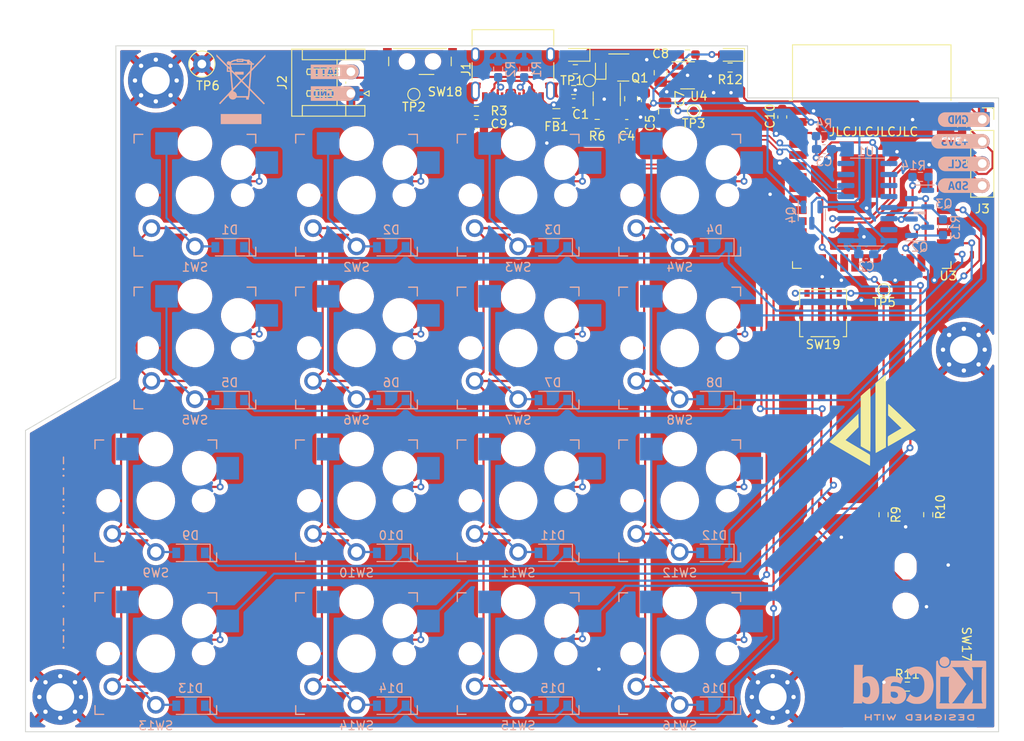
<source format=kicad_pcb>
(kicad_pcb (version 20221018) (generator pcbnew)
  (title_block (title "${boardName}") (date "2022-10-24") (rev "${revision}") (comment 4 "AISLER Project ID: YZLSPTBB") (comment 8 "${reference}") (comment 9 "${designer}"))
  (layers (0 "F.Cu" signal) (31 "B.Cu" signal) (34 "B.Paste" user) (35 "F.Paste" user) (36 "B.SilkS" user "B.Silkscreen") (37 "F.SilkS" user "F.Silkscreen") (38 "B.Mask" user) (39 "F.Mask" user) (44 "Edge.Cuts" user))
  (property "boardName" "macroPad")
  (property "designer" "David Bozec")
  (property "reference" "E22020")
  (property "revision" "1.0")
  (net 0 "")
  (net 1 "VBUS")
  (net 2 "GND")
  (net 3 "+3V3")
  (net 4 "/EN")
  (net 5 "Net-(C4-Pad1)")
  (net 6 "+BATT")
  (net 7 "/Shield")
  (net 8 "/Row0")
  (net 9 "Net-(D1-Pad2)")
  (net 10 "Net-(D2-Pad2)")
  (net 11 "Net-(D3-Pad2)")
  (net 12 "Net-(D4-Pad2)")
  (net 13 "/Row1")
  (net 14 "Net-(D5-Pad2)")
  (net 15 "Net-(D6-Pad2)")
  (net 16 "Net-(D7-Pad2)")
  (net 17 "Net-(D8-Pad2)")
  (net 18 "/Row2")
  (net 19 "Net-(D9-Pad2)")
  (net 20 "Net-(D10-Pad2)")
  (net 21 "Net-(D11-Pad2)")
  (net 22 "Net-(D12-Pad2)")
  (net 23 "/Row3")
  (net 24 "Net-(D13-Pad2)")
  (net 25 "Net-(D14-Pad2)")
  (net 26 "Net-(D15-Pad2)")
  (net 27 "Net-(D16-Pad2)")
  (net 28 "Net-(D19-Pad1)")
  (net 29 "Net-(D19-Pad2)")
  (net 30 "Net-(D20-Pad1)")
  (net 31 "Net-(FB1-Pad1)")
  (net 32 "Net-(J1-PadA5)")
  (net 33 "/USB_DP")
  (net 34 "/USB_DN")
  (net 36 "Net-(J1-PadB5)")
  (net 38 "Net-(SW18-Pad3)")
  (net 39 "/SCL")
  (net 40 "/SDA")
  (net 41 "Net-(Q2-Pad1)")
  (net 42 "/RTS")
  (net 43 "Net-(Q3-Pad1)")
  (net 44 "/DTR")
  (net 45 "Net-(R6-Pad1)")
  (net 46 "Net-(R8-Pad1)")
  (net 47 "/Rot1_B")
  (net 48 "/Rot1_A")
  (net 49 "/Rot1_SW")
  (net 50 "/LED")
  (net 51 "/Col0")
  (net 52 "/Col1")
  (net 53 "/Col2")
  (net 54 "/Col3")
  (net 56 "/TX")
  (net 57 "/RX")
  (net 68 "/Rot2_SW")
  (net 69 "/Battery_lvl")
  (net 70 "/Rot2_A")
  (net 71 "/Rot2_B")
  (net 83 "Net-(C2-Pad1)")
  (footprint "Package_TO_SOT_SMD:SOT-23-5" (layer "F.Cu") (at 141.9 66.1 -90)
    (fp_text reference "U2" hide)
    (fp_text value "AP2112K-3.3")
  )
  (footprint "Resistor_SMD:R_0603_1608Metric_Pad0.98x0.95mm_HandSolder" (layer "F.Cu") (at 173.76 114 -90)
    (fp_text reference "R9")
    (fp_text value "10k")
  )
  (footprint "Button_Switch_Keyboard_Perso:PG1350_optional-socket" (layer "F.Cu") (at 94.5 77.2)
    (fp_text reference "SW1")
    (fp_text value "Keyswitch")
  )
  (footprint "Connector_PinSocket_2.54mm:PinSocket_1x04_P2.54mm_Vertical" (layer "F.Cu") (at 185.12 68.48)
    (fp_text reference "J3")
    (fp_text value "I²C")
  )
  (footprint "LED_SMD:LED_0603_1608Metric_Pad1.05x0.95mm_HandSolder" (layer "F.Cu") (at 138.3 61.04 180)
    (fp_text reference "D19" hide)
    (fp_text value "Charging")
  )
  (footprint "Resistor_SMD:R_0603_1608Metric_Pad0.98x0.95mm_HandSolder" (layer "F.Cu") (at 176.5 133.8)
    (fp_text reference "R11")
    (fp_text value "10k")
  )
  (footprint "TestPoint:TestPoint_Pad_D1.0mm" (layer "F.Cu") (at 173.8 88.1 180)
    (fp_text reference "TP5")
    (fp_text value "TestPoint")
  )
  (footprint "Capacitor_SMD:C_0603_1608Metric_Pad1.08x0.95mm_HandSolder" (layer "F.Cu") (at 126.9 69)
    (fp_text reference "C9")
    (fp_text value "100nF")
  )
  (footprint "Capacitor_SMD:C_0603_1608Metric_Pad1.08x0.95mm_HandSolder" (layer "F.Cu") (at 162.1 68.2 90)
    (fp_text reference "C10")
    (fp_text value "100nF")
  )
  (footprint "TestPoint:TestPoint_Loop_D1.80mm_Drill1.0mm_Beaded" (layer "F.Cu") (at 95.3 62.1)
    (fp_text reference "TP6")
    (fp_text value "TestPoint")
  )
  (footprint "Rotary_Encoder_Perso:RotaryEncoder_Bourns_PEC11S-929K-Switch_Vertical" (layer "F.Cu") (at 176.3 124.5 180)
    (fp_text reference "SW17")
    (fp_text value "RotaryEncoder_Switch")
  )
  (footprint "RF_Module:ESP32-WROOM-32" (layer "F.Cu") (at 172.4 75.75)
    (fp_text reference "U3")
    (fp_text value "ESP32-WROOM-32")
  )
  (footprint "Button_Switch_Keyboard_Perso:PG1350_optional-socket" (layer "F.Cu") (at 113.1 94.8)
    (fp_text reference "SW6")
    (fp_text value "Keyswitch")
  )
  (footprint "Button_Switch_Keyboard_Perso:PG1350_optional-socket" (layer "F.Cu") (at 131.7 130)
    (fp_text reference "SW15")
    (fp_text value "Keyswitch")
  )
  (footprint "Diode_SMD:D_SOD-523" (layer "F.Cu") (at 141.2 62.7 90)
    (fp_text reference "D18" hide)
    (fp_text value "1A/23V/620mV")
  )
  (footprint "Capacitor_SMD:C_0603_1608Metric_Pad1.08x0.95mm_HandSolder" (layer "F.Cu") (at 138.1 66.6)
    (fp_text reference "C1")
    (fp_text value "100nF")
  )
  (footprint "Capacitor_SMD:C_0603_1608Metric_Pad1.08x0.95mm_HandSolder" (layer "F.Cu") (at 144.2 69)
    (fp_text reference "C4")
    (fp_text value "1µF")
  )
  (footprint "Button_Switch_Keyboard_Perso:PG1350_optional-socket" (layer "F.Cu") (at 94.5 94.8)
    (fp_text reference "SW5")
    (fp_text value "Keyswitch")
  )
  (footprint "Button_Switch_Keyboard_Perso:PG1350_optional-socket" (layer "F.Cu") (at 113.1 77.2)
    (fp_text reference "SW2")
    (fp_text value "Keyswitch")
  )
  (footprint "Resistor_SMD:R_0603_1608Metric_Pad0.98x0.95mm_HandSolder" (layer "F.Cu") (at 182.8 69.1 -90)
    (fp_text reference "R16" hide)
    (fp_text value "3k3")
  )
  (footprint "Capacitor_SMD:C_0805_2012Metric_Pad1.18x1.45mm_HandSolder" (layer "F.Cu") (at 148.1 63.1 90)
    (fp_text reference "C8")
    (fp_text value "4.7µF")
  )
  (footprint "Connector_JST:JST_EH_S2B-EH_1x02_P2.50mm_Horizontal" (layer "F.Cu") (at 112.45 65.492 90)
    (fp_text reference "J2")
    (fp_text value "Batt")
  )
  (footprint "Resistor_SMD:R_0603_1608Metric_Pad0.98x0.95mm_HandSolder" (layer "F.Cu") (at 126.9 67.5)
    (fp_text reference "R3")
    (fp_text value "330")
  )
  (footprint "Switch_SMD_Perso:SW_Tact_5x5mm_Wurth_431183015816" (layer "F.Cu") (at 166.8 90.8 -90)
    (fp_text reference "SW19")
    (fp_text value "Reset")
  )
  (footprint "MountingHole:MountingHole_3.2mm_M3_Pad_Via" (layer "F.Cu") (at 79 135)
    (fp_text reference "H2" hide)
    (fp_text value "MountingHole_Pad")
  )
  (footprint "Resistor_SMD:R_0603_1608Metric_Pad0.98x0.95mm_HandSolder" (layer "F.Cu") (at 138.2875 62.7 180)
    (fp_text reference "R7" hide)
    (fp_text value "1k")
  )
  (footprint "Button_Switch_Keyboard_Perso:PG1350_optional-socket" (layer "F.Cu") (at 90 112.4)
    (fp_text reference "SW9")
    (fp_text value "Keyswitch")
  )
  (footprint "Button_Switch_Keyboard_Perso:PG1350_optional-socket" (layer "F.Cu") (at 150.3 94.8)
    (fp_text reference "SW8")
    (fp_text value "Keyswitch")
  )
  (footprint "Package_TO_SOT_SMD:SOT-23-5" (layer "F.Cu") (at 151.2 63.4)
    (fp_text reference "U4")
    (fp_text value "MCP73831")
  )
  (footprint "Capacitor_SMD:C_0805_2012Metric_Pad1.18x1.45mm_HandSolder" (layer "F.Cu") (at 148.6 67.6 -90)
    (fp_text reference "C7")
    (fp_text value "4.7µF")
  )
  (footprint "MountingHole:MountingHole_3.2mm_M3_Pad_Via" (layer "F.Cu") (at 161 135)
    (fp_text reference "H4" hide)
    (fp_text value "MountingHole_Pad")
  )
  (footprint "Button_Switch_Keyboard_Perso:PG1350_optional-socket" (layer "F.Cu") (at 150.3 77.2)
    (fp_text reference "SW4")
    (fp_text value "Keyswitch")
  )
  (footprint "TestPoint:TestPoint_Pad_D1.0mm" (layer "F.Cu") (at 139.9 64)
    (fp_text reference "TP1")
    (fp_text value "TestPoint")
  )
  (footprint "Button_Switch_Keyboard_Perso:PG1350_optional-socket" (layer "F.Cu") (at 150.3 130)
    (fp_text reference "SW16")
    (fp_text value "Keyswitch")
  )
  (footprint "Resistor_SMD:R_0603_1608Metric_Pad0.98x0.95mm_HandSolder" (layer "F.Cu") (at 178.9 114 -90)
    (fp_text reference "R10")
    (fp_text value "10k")
  )
  (footprint "LED_SMD:LED_0603_1608Metric_Pad1.05x0.95mm_HandSolder" (layer "F.Cu") (at 156.1 61.04 180)
    (fp_text reference "D20" hide)
    (fp_text value "Blue")
  )
  (footprint "Resistor_SMD:R_0603_1608Metric_Pad0.98x0.95mm_HandSolder" (layer "F.Cu") (at 138.1 65.1)
    (fp_text reference "R5" hide)
    (fp_text value "10k")
  )
  (footprint "Switch_SMD_Perso:SW_SPDT_Slide_Mini_Wurth_450404015514" (layer "F.Cu") (at 120.4 61.8)
    (fp_text reference "SW18")
    (fp_text value "On-Off")
  )
  (footprint "Inductor_SMD:L_0805_2012Metric_Pad1.05x1.20mm_HandSolder" (layer "F.Cu") (at 136.1 67.8)
    (fp_text reference "FB1")
    (fp_text value "FerriteBead")
  )
  (footprint "Resistor_SMD:R_0603_1608Metric_Pad0.98x0.95mm_HandSolder" (layer "F.Cu") (at 156.1 62.5 180)
    (fp_text reference "R12")
    (fp_text value "330")
  )
  (footprint "Capacitor_SMD:C_0805_2012Metric_Pad1.18x1.45mm_HandSolder" (layer "F.Cu") (at 144.7 66.1 90)
    (fp_text reference "C6" hide)
    (fp_text value "10µF")
  )
  (footprint "Button_Switch_Keyboard_Perso:PG1350_optional-socket" (layer "F.Cu") (at 131.7 112.4)
    (fp_text reference "SW11")
    (fp_text value "Keyswitch")
  )
  (footprint "MountingHole:MountingHole_3.2mm_M3_Pad_Via" (layer "F.Cu") (at 183 95)
    (fp_text reference "H3" hide)
    (fp_text value "MountingHole_Pad")
  )
  (footprint "Symbol_Perso:logo_db_10mm" (layer "F.Cu") (at 172.5 103.1)
    (fp_text reference "G***" hide)
    (fp_text value "LOGO" hide)
  )
  (footprint "Resistor_SMD:R_0603_1608Metric_Pad0.98x0.95mm_HandSolder" (layer "F.Cu") (at 140.8 69)
    (fp_text reference "R6")
    (fp_text value "100k")
  )
  (footprint "Button_Switch_Keyboard_Perso:PG1350_optional-socket" (layer "F.Cu") (at 131.7 77.2)
    (fp_text reference "SW3")
    (fp_text value "Keyswitch")
  )
  (footprint "Button_Switch_Keyboard_Perso:PG1350_optional-socket" (layer "F.Cu") (at 150.3 112.4)
    (fp_text reference "SW12")
    (fp_text value "Keyswitch")
  )
  (footprint "Button_Switch_Keyboard_Perso:PG1350_optional-socket" (layer "F.Cu") (at 113.1 130)
    (fp_text reference "SW14")
    (fp_text value "Keyswitch")
  )
  (footprint "Package_TO_SOT_SMD:SOT-23" (layer "F.Cu") (at 143.799999 62.5)
    (fp_text reference "Q1")
    (fp_text value "DMG2307L")
  )
  (footprint "Capacitor_SMD:C_0603_1608Metric_Pad1.08x0.95mm_HandSolder" (layer "F.Cu") (at 146.4 66.3 90)
    (fp_text reference "C5")
    (fp_text value "1µF")
  )
  (footprint "Resistor_SMD:R_0603_1608Metric_Pad0.98x0.95mm_HandSolder" (layer "F.Cu") (at 151.2 61 180)
    (fp_text reference "R8" hide)
    (fp_text value "2k")
  )
  (footprint "Connector_USB_Perso:USB_C_Receptacle_HRO_TYPE-C-31-M-12" (layer "F.Cu") (at 131.1 62.04 180)
    (fp_text reference locked "J1")
    (fp_text value "USB_C_Receptacle_USB2.0")
  )
  (footprint "TestPoint:TestPoint_Pad_D1.0mm" (layer "F.Cu") (at 119.7 65.6 180)
    (fp_text reference "TP2")
    (fp_text value "TestPoint")
  )
  (footprint "MountingHole:MountingHole_3.2mm_M3_Pad_Via" (layer "F.Cu") (at 90 64)
    (fp_text reference "H1" hide)
    (fp_text value "MountingHole_Pad")
  )
  (footprint "Resistor_SMD:R_0603_1608Metric_Pad0.98x0.95mm_HandSolder" (layer "F.Cu") (at 182.8 73.4 -90)
    (fp_text reference "R15" hide)
    (fp_text value "3k3")
  )
  (footprint "Button_Switch_Keyboard_Perso:PG1350_optional-socket" (layer "F.Cu") (at 90 130)
    (fp_text reference "SW13")
    (fp_text value "Keyswitch")
  )
  (footprint "Button_Switch_Keyboard_Perso:PG1350_optional-socket" (layer "F.Cu") (at 113.1 112.4)
    (fp_text reference "SW10")
    (fp_text value "Keyswitch")
  )
  (footprint "TestPoint:TestPoint_Pad_D1.0mm" (layer "F.Cu") (at 151.9 67.5 180)
    (fp_text reference "TP3")
    (fp_text value "TestPoint")
  )
  (footprint "Button_Switch_Keyboard_Perso:PG1350_optional-socket" (layer "F.Cu") (at 131.7 94.8)
    (fp_text reference "SW7")
    (fp_text value "Keyswitch")
  )
  (footprint "Resistor_SMD:R_0603_1608Metric_Pad0.98x0.95mm_HandSolder" (layer "B.Cu") (at 180.6 80.9 90)
    (fp_text reference "R13")
    (fp_text value "100k")
  )
  (footprint "Diode_SMD:D_SOD-123" (layer "B.Cu") (at 98.5 83.2 180)
    (fp_text reference "D1")
    (fp_text value "MMSD4148")
  )
  (footprint "Package_TO_SOT_SMD:SOT-23" (layer "B.Cu") (at 177.9 77.6 180)
    (fp_text reference "Q3")
    (fp_text value "BC817")
  )
  (footprint "Diode_SMD:D_SOD-123" (layer "B.Cu") (at 117.1 100.8 180)
    (fp_text reference "D6")
    (fp_text value "MMSD4148")
  )
  (footprint "Diode_SMD:D_SOD-123" (layer "B.Cu") (at 135.7 100.8 180)
    (fp_text reference "D7")
    (fp_text value "MMSD4148")
  )
  (footprint "kibuzzard-6351268B" (layer "B.Cu") (at 183 76.1 180)
    (fp_text reference "kibuzzard-6351268B" hide)
    (fp_text value "G***" hide)
  )
  (footprint "Diode_SMD:D_SOD-123" (layer "B.Cu") (at 135.7 118.4 180)
    (fp_text reference "D11")
    (fp_text value "MMSD4148")
  )
  (footprint "kibuzzard-63541E8A" (layer "B.Cu") (at 110.6 63 180)
    (fp_text reference "kibuzzard-63541E8A" hide)
    (fp_text value "G***" hide)
  )
  (footprint "Diode_SMD:D_SOD-123" (layer "B.Cu") (at 98.5 100.8 180)
    (fp_text reference "D5")
    (fp_text value "MMSD4148")
  )
  (footprint "Diode_SMD:D_SOD-123" (layer "B.Cu") (at 94 136 180)
    (fp_text reference "D13")
    (fp_text value "MMSD4148")
  )
  (footprint "Diode_SMD:D_SOD-123" (layer "B.Cu") (at 94 118.4 180)
    (fp_text reference "D9")
    (fp_text value "MMSD4148")
  )
  (footprint "Package_SO:SOIC-16_3.9x9.9mm_P1.27mm" (layer "B.Cu") (at 171.9 78)
    (fp_text reference "U1")
    (fp_text value "CH340C")
  )
  (footprint "Diode_SMD:D_SOD-123" (layer "B.Cu") (at 117.1 118.4 180)
    (fp_text reference "D10")
    (fp_text value "MMSD4148")
  )
  (footprint "Symbol:KiCad-Logo2_6mm_SilkScreen" (layer "B.Cu") (at 177.907486 133.342348 180)
    (fp_text reference "REF**" hide)
    (fp_text value "KiCad-Logo2_6mm_SilkScreen" hide)
  )
  (footprint "Resistor_SMD:R_0603_1608Metric_Pad0.98x0.95mm_HandSolder" (layer "B.Cu") (at 132.4 62.7125 90)
    (fp_text reference "R1")
    (fp_text value "5.1k")
  )
  (footprint "Diode_SMD:D_SOD-123" (layer "B.Cu") (at 135.7 136 180)
    (fp_text reference "D15")
    (fp_text value "MMSD4148")
  )
  (footprint "Resistor_SMD:R_0603_1608Metric_Pad0.98x0.95mm_HandSolder" (layer "B.Cu") (at 178 75.1 180)
    (fp_text reference "R14")
    (fp_text value "100k")
  )
  (footprint "kibuzzard-63512665" (layer "B.Cu") (at 183 73.6 180)
    (fp_text reference "kibuzzard-63512665" hide)
    (fp_text value "G***" hide)
  )
  (footprint "Resistor_SMD:R_0603_1608Metric_Pad0.98x0.95mm_HandSolder" (layer "B.Cu") (at 166.9 70.4 180)
    (fp_text reference "R4")
    (fp_text value "10k")
  )
  (footprint "Diode_SMD:D_SOD-123" (layer "B.Cu") (at 154.3 83.2 180)
    (fp_text reference "D4")
    (fp_text value "MMSD4148")
  )
  (footprint "Diode_SMD:D_SOD-123" (layer "B.Cu") (at 117.1 136 180)
    (fp_text reference "D14")
    (fp_text value "MMSD4148")
  )
  (footprint "Resistor_SMD:R_0603_1608Metric_Pad0.98x0.95mm_HandSolder" (layer "B.Cu") (at 129.4 62.7 90)
    (fp_text reference "R2")
    (fp_text value "5.1k")
  )
  (footprint "kibuzzard-63512619" (layer "B.Cu") (at 183 68.5 180)
    (fp_text reference "kibuzzard-63512619" hide)
    (fp_text value "G***" hide)
  )
  (footprint "kibuzzard-635127E0" (layer "B.Cu") (at 110.4 65.5 180)
    (fp_text reference "kibuzzard-635127E0" hide)
    (fp_text value "G***" hide)
  )
  (footprint "Symbol:WEEE-Logo_5.6x8mm_SilkScreen" (layer "B.Cu") (at 99.8 65 180)
    (fp_text reference "REF**" hide)
    (fp_text value "WEEE-Logo_5.6x8mm_SilkScreen" hide)
  )
  (footprint "Diode_SMD:D_SOD-123" (layer "B.Cu") (at 135.7 83.2 180)
    (fp_text reference "D3")
    (fp_text value "MMSD4148")
  )
  (footprint "Diode_SMD:D_SOD-123" (layer "B.Cu") (at 117.1 83.2 180)
    (fp_text reference "D2")
    (fp_text value "MMSD4148")
  )
  (footprint "kibuzzard-63512654" (layer "B.Cu") (at 182.6 71 180)
    (fp_text reference "kibuzzard-63512654" hide)
    (fp_text value "G***" hide)
  )
  (footprint "Diode_SMD:D_SOD-123" (layer "B.Cu") (at 154.3 100.8 180)
    (fp_text reference "D8")
    (fp_text value "MMSD4148")
  )
  (footprint "Capacitor_SMD:C_0603_1608Metric_Pad1.08x0.95mm_HandSolder" (layer "B.Cu") (at 171.765 84.005 180)
    (fp_text reference "C2")
    (fp_text value "100nF")
  )
  (footprint "Package_TO_SOT_SMD:SOT-23" (layer "B.Cu") (at 177.9 80.9)
    (fp_text reference "Q2")
    (fp_text value "BC817")
  )
  (footprint "Diode_SMD:D_SOD-123" (layer "B.Cu") (at 154.3 136 180)
    (fp_text reference "D16")
    (fp_text value "MMSD4148")
  )
  (footprint "Capacitor_SMD:C_0603_1608Metric_Pad1.08x0.95mm_HandSolder" (layer "B.Cu") (at 166.909524 71.9)
    (fp_text reference "C3")
    (fp_text value "100nF")
  )
  (footprint "Diode_SMD:D_SOD-123" (layer "B.Cu") (at 154.3 118.4 180)
    (fp_text reference "D12")
    (fp_text value "MMSD4148")
  )
  (footprint "Package_TO_SOT_SMD:SOT-23" (layer "B.Cu") (at 165.5 79.5 -90)
    (fp_text reference "Q4")
    (fp_text value "DMG2307L")
  )
  (gr_line (start 85.4 60) (end 85.4 98.25) (stroke (width 0.1)) (layer "Edge.Cuts"))
  (gr_line (start 85.4 98.25) (end 75 104.3) (stroke (width 0.1)) (layer "Edge.Cuts"))
  (gr_line (start 75 139) (end 187 139) (stroke (width 0.1)) (layer "Edge.Cuts"))
  (gr_line (start 187 66) (end 158.1 66) (stroke (width 0.1)) (layer "Edge.Cuts"))
  (gr_line (start 187 139) (end 187 66) (stroke (width 0.1)) (layer "Edge.Cuts"))
  (gr_line (start 158.1 60) (end 85.4 60) (stroke (width 0.1)) (layer "Edge.Cuts"))
  (gr_line (start 158.1 66) (end 158.1 60) (stroke (width 0.1)) (layer "Edge.Cuts"))
  (gr_line (start 75 104.3) (end 75 139) (stroke (width 0.1)) (layer "Edge.Cuts"))
  (gr_text "${reference}-${revision}" (at 176.8 137.1) (layer "F.Cu") (effects (font (size 1.5 1.5) (thickness 0.3))))
  (gr_text "−·· −··· −−− −−·· · −·−· " (at 79.3 118.8 90) (layer "B.SilkS") (effects (font (size 1 1)) (justify mirror)))
  (gr_text "JLCJLCJLCJLC" (at 172.6 69.9) (layer "F.SilkS") (effects (font (size 1 1))))
  (segment (start 148.6 66.5625) (end 150.125 66.5625) (width 0.25) (layer "F.Cu") (net 1))
  (segment (start 144.97175 64.15) (end 146.45 64.15) (width 0.25) (layer "F.Cu") (net 1))
  (segment (start 148.6 66.3) (end 148.6 66.5625) (width 0.25) (layer "F.Cu") (net 1))
  (segment (start 137.25 67.8) (end 137.25 66.6125) (width 0.25) (layer "F.Cu") (net 1))
  (segment (start 146.45 64.15) (end 148.6 66.3) (width 0.25) (layer "F.Cu") (net 1))
  (segment (start 139.2 63.0875) (end 139.2 62.7) (width 0.25) (layer "F.Cu") (net 1))
  (segment (start 140.5 62.7) (end 141.65 61.55) (width 0.25) (layer "F.Cu") (net 1))
  (segment (start 137.2375 65.05) (end 139.2 63.0875) (width 0.25) (layer "F.Cu") (net 1))
  (segment (start 151.9 67.5) (end 150.1 67.5) (width 0.25) (layer "F.Cu") (net 1))
  (segment (start 142.862499 62.040749) (end 144.97175 64.15) (width 0.25) (layer "F.Cu") (net 1))
  (segment (start 137.2375 66.6) (end 137.2375 65.05) (width 0.25) (layer "F.Cu") (net 1))
  (segment (start 139.2 62.7) (end 140.5 62.7) (width 0.25) (layer "F.Cu") (net 1))
  (segment (start 137.25 66.6125) (end 137.2375 66.6) (width 0.25) (layer "F.Cu") (net 1))
  (segment (start 150.125 66.5625) (end 152.3375 64.35) (width 0.25) (layer "F.Cu") (net 1))
  (segment (start 150.1 66.5875) (end 150.125 66.5625) (width 0.25) (layer "F.Cu") (net 1))
  (segment (start 141.65 61.55) (end 142.862499 61.55) (width 0.25) (layer "F.Cu") (net 1))
  (segment (start 142.862499 61.55) (end 142.862499 62.040749) (width 0.25) (layer "F.Cu") (net 1))
  (segment (start 150.1 67.5) (end 150.1 66.5875) (width 0.25) (layer "F.Cu") (net 1))
  (via (at 150.1 67.5) (size 0.8) (drill 0.4) (layers "F.Cu" "B.Cu") (net 1))
  (segment (start 160.4 74.4125) (end 160.4 68.9) (width 0.25) (layer "B.Cu") (net 1))
  (segment (start 164.55 78.5625) (end 160.4 74.4125) (width 0.25) (layer "B.Cu") (net 1))
  (segment (start 159 67.5) (end 150.1 67.5) (width 0.25) (layer "B.Cu") (net 1))
  (segment (start 160.4 68.9) (end 159 67.5) (width 0.25) (layer "B.Cu") (net 1))
  (segment (start 176.3 117.2) (end 176.3 115.4) (width 0.25) (layer "F.Cu") (net 2))
  (segment (start 138.2745 65.1) (end 139.0125 65.1) (width 0.25) (layer "F.Cu") (net 2))
  (segment (start 149.4375 63.4) (end 150.0625 63.4) (width 0.25) (layer "F.Cu") (net 2))
  (segment (start 135.8 66.8) (end 135.065 66.8) (width 0.25) (layer "F.Cu") (net 2))
  (segment (start 146.4625 68.6375) (end 148.6 68.6375) (width 0.25) (layer "F.Cu") (net 2))
  (segment (start 163.7425 67.3375) (end 163.9 67.495) (width 0.25) (layer "F.Cu") (net 2))
  (segment (start 150.2875 61) (end 151.2 61.9125) (width 0.25) (layer "F.Cu") (net 2))
  (segment (start 181.505 67.495) (end 182 67) (width 0.25) (layer "F.Cu") (net 2))
  (segment (start 150.0625 63.4) (end 151.2 63.4) (width 0.25) (layer "F.Cu") (net 2))
  (segment (start 165.695 67.495) (end 165.7 67.5) (width 0.25) (layer "F.Cu") (net 2))
  (segment (start 146.1 69) (end 146.4625 68.6375) (width 0.25) (layer "F.Cu") (net 2))
  (segment (start 166.685 85.005) (end 166.685 86.585) (width 0.25) (layer "F.Cu") (net 2))
  (segment (start 148.1 62.0625) (end 149.4375 63.4) (width 0.25) (layer "F.Cu") (net 2))
  (segment (start 144.7 65.0625) (end 146.025 65.0625) (width 0.25) (layer "F.Cu") (net 2))
  (segment (start 146.9625 62.0625) (end 146.5 61.6) (width 0.25) (layer "F.Cu") (net 2))
  (segment (start 146.025 65.0625) (end 146.4 65.4375) (width 0.25) (layer "F.Cu") (net 2))
  (segment (start 148.1 62.0625) (end 146.9625 62.0625) (width 0.25) (layer "F.Cu") (net 2))
  (segment (start 183.625 67) (end 185.125 68.5) (width 0.25) (layer "F.Cu") (net 2))
  (segment (start 146.4 65.4375) (end 146.252229 65.4375) (width 0.25) (layer "F.Cu") (net 2))
  (segment (start 162.1 67.3375) (end 163.7425 67.3375) (width 0.25) (layer "F.Cu") (net 2))
  (segment (start 180.9 67.495) (end 181.505 67.495) (width 0.25) (layer "F.Cu") (net 2))
  (segment (start 141.9 64.9625) (end 141.9 65.85485) (width 0.25) (layer "F.Cu") (net 2))
  (segment (start 166.685 86.585) (end 166.7 86.6) (width 0.25) (layer "F.Cu") (net 2))
  (segment (start 171.4 74.995) (end 172.505 74.995) (width 0.25) (layer "F.Cu") (net 2))
  (segment (start 163.9 67.495) (end 165.695 67.495) (width 0.25) (layer "F.Cu") (net 2))
  (segment (start 127.8125 66.1225) (end 127.85 66.085) (width 0.25) (layer "F.Cu") (net 2))
  (segment (start 135.065 66.8) (end 134.35 66.085) (width 0.25) (layer "F.Cu") (net 2))
  (segment (start 172.505 74.995) (end 175.3 72.2) (width 0.25) (layer "F.Cu") (net 2))
  (segment (start 141.9 65.85485) (end 141.61069 66.14416) (width 0.25) (layer "F.Cu") (net 2))
  (segment (start 151.2 61.9125) (end 151.2 63.4) (width 0.25) (layer "F.Cu") (net 2))
  (segment (start 145.0625 69) (end 145.0625 68.944448) (width 0.25) (layer "F.Cu") (net 2))
  (segment (start 146.1 69) (end 145.0625 69) (width 0.25) (layer "F.Cu") (net 2))
  (segment (start 182 67) (end 183.625 67) (width 0.25) (layer "F.Cu") (net 2))
  (segment (start 146.252229 65.4375) (end 145.615872 66.073857) (width 0.25) (layer "F.Cu") (net 2))
  (segment (start 145.0625 68.944448) (end 145.793283 68.213665) (width 0.25) (layer "F.Cu") (net 2))
  (segment (start 173.8 131.5) (end 173.8 133.3) (width 0.25) (layer "F.Cu") (net 2))
  (segment (start 127.8125 67.5) (end 127.8125 66.1225) (width 0.25) (layer "F.Cu") (net 2))
  (via (at 135 71.2) (size 0.8) (drill 0.4) (layers "F.Cu" "B.Cu") (net 2))
  (via (at 148.8 65.3) (size 0.8) (drill 0.4) (layers "F.Cu" "B.Cu") (net 2))
  (via (at 138.2745 65.1) (size 0.8) (drill 0.4) (layers "F.Cu" "B.Cu") (net 2))
  (via (at 167.5 72.9) (size 0.8) (drill 0.4) (layers "F.Cu" "B.Cu") (net 2))
  (via (at 173.8 133.3) (size 0.8) (drill 0.4) (layers "F.Cu" "B.Cu") (net 2))
  (via (at 179 73.7) (size 0.8) (drill 0.4) (layers "F.Cu" "B.Cu") (net 2))
  (via (at 156.2 65.4) (size 0.8) (drill 0.4) (layers "F.Cu" "B.Cu") (net 2))
  (via (at 179.6 87) (size 0.8) (drill 0.4) (layers "F.Cu" "B.Cu") (net 2))
  (via (at 175.3 72.2) (size 0.8) (drill 0.4) (layers "F.Cu" "B.Cu") (net 2))
  (via (at 171.8 78.7) (size 0.8) (drill 0.4) (layers "F.Cu" "B.Cu") (net 2))
  (via (at 153.8 63.5) (size 0.8) (drill 0.4) (layers "F.Cu" "B.Cu") (net 2))
  (via (at 135.8 66.8) (size 0.8) (drill 0.4) (layers "F.Cu" "B.Cu") (net 2))
  (via (at 168.9 116.6) (size 0.8) (drill 0.4) (layers "F.Cu" "B.Cu") (net 2))
  (via (at 181.2 119.8) (size 0.8) (drill 0.4) (layers "F.Cu" "B.Cu") (net 2))
  (via (at 145.793283 68.213665) (size 0.8) (drill 0.4) (layers "F.Cu" "B.Cu") (net 2))
  (via (at 171.2 89.3) (size 0.8) (drill 0.4) (layers "F.Cu" "B.Cu") (net 2))
  (via (at 176.3 115.4) (size 0.8) (drill 0.4) (layers "F.Cu" "B.Cu") (net 2))
  (via (at 175.1 87) (size 0.8) (drill 0.4) (layers "F.Cu" "B.Cu") (net 2))
  (via (at 165.7 67.5) (size 0.8) (drill 0.4) (layers "F.Cu" "B.Cu") (net 2))
  (via (at 160.7 77.1) (size 0.8) (drill 0.4) (layers "F.Cu" "B.Cu") (net 2))
  (via (at 171.5 82) (size 0.8) (drill 0.4) (layers "F.Cu" "B.Cu") (net 2))
  (via (at 166.7 86.6) (size 0.8) (drill 0.4) (layers "F.Cu" "B.Cu") (net 2))
  (via (at 141 131.8) (size 0.8) (drill 0.4) (layers "F.Cu" "B.Cu") (net 2))
  (via (at 178.7 124.6) (size 0.8) (drill 0.4) (layers "F.Cu" "B.Cu") (net 2))
  (via (at 145.615872 66.073857) (size 0.8) (drill 0.4) (layers "F.Cu" "B.Cu") (net 2))
  (via (at 154.2 65.4) (size 0.8) (drill 0.4) (layers "F.Cu" "B.Cu") (net 2))
  (via (at 141.61069 66.14416) (size 0.8) (drill 0.4) (layers "F.Cu" "B.Cu") (net 2))
  (via (at 146.5 61.6) (size 0.8) (drill 0.4) (layers "F.Cu" "B.Cu") (net 2))
  (via (at 168.9 87) (size 0.8) (drill 0.4) (layers "F.Cu" "B.Cu") (net 2))
  (via (at 130.9 69) (size 0.8) (drill 0.4) (layers "F.Cu" "B.Cu") (net 2))
  (via (at 177.1 68.5) (size 0.8) (drill 0.4) (layers "F.Cu" "B.Cu") (net 2))
  (via (at 161.8 73.5) (size 0.8) (drill 0.4) (layers "F.Cu" "B.Cu") (net 2))
  (via (at 151.2 63.4) (size 0.8) (drill 0.4) (layers "F.Cu" "B.Cu") (net 2))
  (via (at 161.4 70.1) (size 0.8) (drill 0.4) (layers "F.Cu" "B.Cu") (net 2))
  (segment (start 167.772024 71.9) (end 167.772024 72.627976) (width 0.25) (layer "B.Cu") (net 2))
  (segment (start 170.9025 83.9225) (end 169.425 82.445) (width 0.25) (layer "B.Cu") (net 2))
  (segment (start 170.9025 84.005) (end 170.9025 83.9225) (width 0.25) (layer "B.Cu") (net 2))
  (segment (start 167.772024 72.627976) (end 167.5 72.9) (width 0.25) (layer "B.Cu") (net 2))
  (segment (start 173.76 113.0875) (end 174.9 114.2275) (width 0.25) (layer "F.Cu") (net 3))
  (segment (start 146.325 67.2375) (end 146.4 67.1625) (width 0.25) (layer "F.Cu") (net 3))
  (segment (start 186.3 74.066701) (end 186.3 72.215) (width 0.25) (layer "F.Cu") (net 3))
  (segment (start 173.76 87.96) (end 172.7 86.9) (width 0.25) (layer "F.Cu") (net 3))
  (segment (start 163.6025 69.0625) (end 163.9 68.765) (width 0.25) (layer "F.Cu") (net 3))
  (segment (start 173.76 113.0875) (end 173.76 87.96) (width 0.25) (layer "F.Cu") (net 3))
  (segment (start 155.185 61) (end 155.225 61.04) (width 0.25) (layer "F.Cu") (net 3))
  (segment (start 146.713 67.1625) (end 147.2755 66.6) (width 0.25) (layer "F.Cu") (net 3))
  (segment (start 185.3 114.8) (end 183.5875 113.0875) (width 0.25) (layer "F.Cu") (net 3))
  (segment (start 154 61) (end 155.185 61) (width 0.25) (layer "F.Cu") (net 3))
  (segment (start 175.5875 133.8) (end 176.5875 134.8) (width 0.25) (layer "F.Cu") (net 3))
  (segment (start 182.8 68.715) (end 185.125 71.04) (width 0.25) (layer "F.Cu") (net 3))
  (segment (start 146.4 67.1625) (end 146.713 67.1625) (width 0.25) (layer "F.Cu") (net 3))
  (segment (start 183.5875 113.0875) (end 178.9 113.0875) (width 0.25) (layer "F.Cu") (net 3))
  (segment (start 174.9 120.551346) (end 175.948654 121.6) (width 0.25) (layer "F.Cu") (net 3))
  (segment (start 182.8 68.1875) (end 182.8 68.715) (width 0.25) (layer "F.Cu") (net 3))
  (segment (start 182.8 72.4875) (end 182.8 72.916701) (width 0.25) (layer "F.Cu") (net 3))
  (segment (start 174.9 114.2275) (end 174.9 120.551346) (width 0.25) (layer "F.Cu") (net 3))
  (segment (start 142.85 67.2375) (end 146.325 67.2375) (width 0.25) (layer "F.Cu") (net 3))
  (segment (start 185.3 132.8) (end 185.3 121.6) (width 0.25) (layer "F.Cu") (net 3))
  (segment (start 176.5875 134.8) (end 183.3 134.8) (width 0.25) (layer "F.Cu") (net 3))
  (segment (start 184.638299 74.755) (end 185.611701 74.755) (width 0.25) (layer "F.Cu") (net 3))
  (segment (start 185.611701 74.755) (end 186.3 74.066701) (width 0.25) (layer "F.Cu") (net 3))
  (segment (start 163.935 68.8) (end 163.9 68.765) (width 0.25) (layer "F.Cu") (net 3))
  (segment (start 182.8 72.916701) (end 184.638299 74.755) (width 0.25) (layer "F.Cu") (net 3))
  (segment (start 186.3 72.215) (end 185.125 71.04) (width 0.25) (layer "F.Cu") (net 3))
  (segment (start 185.3 121.6) (end 185.3 114.8) (width 0.25) (layer "F.Cu") (net 3))
  (segment (start 165.4 68.8) (end 163.935 68.8) (width 0.25) (layer "F.Cu") (net 3))
  (segment (start 183.3 134.8) (end 185.3 132.8) (width 0.25) (layer "F.Cu") (net 3))
  (segment (start 162.1 69.0625) (end 163.6025 69.0625) (width 0.25) (layer "F.Cu") (net 3))
  (segment (start 175.948654 121.6) (end 185.3 121.6) (width 0.25) (layer "F.Cu") (net 3))
  (via (at 154 61) (size 0.8) (drill 0.4) (layers "F.Cu" "B.Cu") (net 3))
  (via (at 165.4 68.8) (size 0.8) (drill 0.4) (layers "F.Cu" "B.Cu") (net 3))
  (via (at 172.7 86.9) (size 0.8) (drill 0.4) (layers "F.Cu" "B.Cu") (net 3))
  (via (at 147.2755 66.6) (size 0.8) (drill 0.4) (layers "F.Cu" "B.Cu") (net 3))
  (segment (start 163.2 66.6) (end 147.2755 66.6) (width 0.25) (layer "B.Cu") (net 3))
  (segment (start 171.9625 86.9) (end 172.3 86.9) (width 0.25) (layer "B.Cu") (net 3))
  (segment (start 154 61) (end 151.4 61) (width 0.25) (layer "B.Cu") (net 3))
  (segment (start 171 70.4) (end 167.8125 70.4) (width 0.25) (layer "B.Cu") (net 3))
  (segment (start 170.975 77.481751) (end 170.446751 78.01) (width 0.25) (layer "B.Cu") (net 3))
  (segment (start 184.485 70.4) (end 171 70.4) (width 0.25) (layer "B.Cu") (net 3))
  (segment (start 167.306751 78.01) (end 166.796751 77.5) (width 0.25) (layer "B.Cu") (net 3))
  (segment (start 166.2125 68.8) (end 165.4 68.8) (width 0.25) (layer "B.Cu") (net 3))
  (segment (start 170.975 70.425) (end 170.975 77.481751) (width 0.25) (layer "B.Cu") (net 3))
  (segment (start 171 70.4) (end 170.975 70.425) (width 0.25) (layer "B.Cu") (net 3))
  (segment (start 166.796751 77.5) (end 166.1 77.5) (width 0.25) (layer "B.Cu") (net 3))
  (segment (start 170.446751 78.01) (end 167.306751 78.01) (width 0.25) (layer "B.Cu") (net 3))
  (segment (start 165.5 80.4375) (end 171.9625 86.9) (width 0.25) (layer "B.Cu") (net 3))
  (segment (start 151.4 61) (end 147.2755 65.1245) (width 0.25) (layer "B.Cu") (net 3))
  (segment (start 167.8125 70.4) (end 166.2125 68.8) (width 0.25) (layer "B.Cu") (net 3))
  (segment (start 166.1 77.5) (end 165.5 78.1) (width 0.25) (layer "B.Cu") (net 3))
  (segment (start 185.125 71.04) (end 184.485 70.4) (width 0.25) (layer "B.Cu") (net 3))
  (segment (start 165.5 78.1) (end 165.5 80.4375) (width 0.25) (layer "B.Cu") (net 3))
  (segment (start 165.4 68.8) (end 163.2 66.6) (width 0.25) (layer "B.Cu") (net 3))
  (segment (start 147.2755 65.1245) (end 147.2755 66.6) (width 0.25) (layer "B.Cu") (net 3))
  (segment (start 177.6 82) (end 177.6 80.9) (width 0.25) (layer "F.Cu") (net 4))
  (segment (start 167.7755 71.1245) (end 172.5 71.1245) (width 0.25) (layer "F.Cu") (net 4))
  (segment (start 164.95 88.5) (end 163.6 88.5) (width 0.25) (layer "F.Cu") (net 4))
  (segment (start 168.65 88.5) (end 170 88.5) (width 0.25) (layer "F.Cu") (net 4))
  (segment (start 176.3 83.3) (end 177.6 82) (width 0.25) (layer "F.Cu") (net 4))
  (segment (start 165.435 70.035) (end 163.9 70.035) (width 0.25) (layer "F.Cu") (net 4))
  (segment (start 166 70.6) (end 165.435 70.035) (width 0.25) (layer "F.Cu") (net 4))
  (segment (start 166 72.9) (end 167.7755 71.1245) (width 0.25) (layer "F.Cu") (net 4))
  (segment (start 166 72.9) (end 166 70.6) (width 0.25) (layer "F.Cu") (net 4))
  (via (at 163.6 88.5) (size 0.8) (drill 0.4) (layers "F.Cu" "B.Cu") (net 4))
  (via (at 172.5 71.1245) (size 0.8) (drill 0.4) (layers "F.Cu" "B.Cu") (net 4))
  (via (at 166 72.9) (size 0.8) (drill 0.4) (layers "F.Cu" "B.Cu") (net 4))
  (via (at 177.6 80.9) (size 0.8) (drill 0.4) (layers "F.Cu" "B.Cu") (net 4))
  (via (at 176.3 83.3) (size 0.8) (drill 0.4) (layers "F.Cu" "B.Cu") (net 4))
  (via (at 170 88.5) (size 0.8) (drill 0.4) (layers "F.Cu" "B.Cu") (net 4))
  (segment (start 165.9875 71.840476) (end 166.047024 71.9) (width 0.25) (layer "B.Cu") (net 4))
  (segment (start 173 71.75) (end 172.5 71.25) (width 0.25) (layer "B.Cu") (net 4))
  (segment (start 178.8375 80.9) (end 178.8375 80.415749) (width 0.25) (layer "B.Cu") (net 4))
  (segment (start 165.9875 70.4) (end 165.9875 71.840476) (width 0.25) (layer "B.Cu") (net 4))
  (segment (start 177.681751 79.26) (end 173.26 79.26) (width 0.25) (layer "B.Cu") (net 4))
  (segment (start 163.6 88.5) (end 170 88.5) (width 0.25) (layer "B.Cu") (net 4))
  (segment (start 173.26 79.26) (end 173 79) (width 0.25) (layer "B.Cu") (net 4))
  (segment (start 166.047024 71.9) (end 166.047024 72.852976) (width 0.25) (layer "B.Cu") (net 4))
  (segment (start 178.8375 80.415749) (end 177.681751 79.26) (width 0.25) (layer "B.Cu") (net 4))
  (segment (start 166.047024 72.852976) (end 166 72.9) (width 0.25) (layer "B.Cu") (net 4))
  (segment (start 178.875 87.825) (end 178.875 85.875) (width 0.25) (layer "B.Cu") (net 4))
  (segment (start 178.2 88.5) (end 178.875 87.825) (width 0.25) (layer "B.Cu") (net 4))
  (segment (start 177.6 80.9) (end 178.8375 80.9) (width 0.25) (layer "B.Cu") (net 4))
  (segment (start 170 88.5) (end 178.2 88.5) (width 0.25) (layer "B.Cu") (net 4))
  (segment (start 178.875 85.875) (end 176.3 83.3) (width 0.25) (layer "B.Cu") (net 4))
  (segment (start 173 79) (end 173 71.75) (width 0.25) (layer "B.Cu") (net 4))
  (segment (start 172.5 71.25) (end 172.5 71.1245) (width 0.25) (layer "B.Cu") (net 4))
  (segment (start 142.85 65.903249) (end 142.225 66.528249) (width 0.25) (layer "F.Cu") (net 5))
  (segment (start 140 64) (end 140.6 64) (width 0.25) (layer "F.Cu") (net 5))
  (segment (start 142.862499 63.45) (end 142.862499 64.950001) (width 0.25) (layer "F.Cu") (net 5))
  (segment (start 142.812499 63.4) (end 142.862499 63.45) (width 0.25) (layer "F.Cu") (net 5))
  (segment (start 141.7125 69) (end 143.3375 69) (width 0.25) (layer "F.Cu") (net 5))
  (segment (start 141.2 63.4) (end 142.812499 63.4) (width 0.25) (layer "F.Cu") (net 5))
  (segment (start 142.85 64.9625) (end 142.85 65.903249) (width 0.25) (layer "F.Cu") (net 5))
  (segment (start 142.862499 64.950001) (end 142.85 64.9625) (width 0.25) (layer "F.Cu") (net 5))
  (segment (start 142.225 66.528249) (end 142.225 67.946751) (width 0.25) (layer "F.Cu") (net 5))
  (segment (start 142.225 67.946751) (end 143.278249 69) (width 0.25) (layer "F.Cu") (net 5))
  (segment (start 140.6 64) (end 141.2 63.4) (width 0.25) (layer "F.Cu") (net 5))
  (segment (start 143.278249 69) (end 143.3375 69) (width 0.25) (layer "F.Cu") (net 5))
  (segment (start 144.737499 61.837499) (end 144.737499 62.5) (width 0.25) (layer "F.Cu") (net 6))
  (segment (start 133.036396 63.6) (end 137.957995 63.6) (width 0.25) (layer "F.Cu") (net 6))
  (segment (start 148.1 64.1375) (end 149.85 64.1375) (width 0.25) (layer "F.Cu") (net 6))
  (segment (start 119.7 63.9) (end 119.65 63.85) (width 0.25) (layer "F.Cu") (net 6))
  (segment (start 140.975 60.925) (end 143.8 60.925) (width 0.25) (layer "F.Cu") (net 6))
  (segment (start 140 61.9) (end 140.975 60.925) (width 0.25) (layer "F.Cu") (net 6))
  (segment (start 138.3 63.257995) (end 138.3 62.317005) (width 0.25) (layer "F.Cu") (net 6))
  (segment (start 137.957995 63.6) (end 138.3 63.257995) (width 0.25) (layer "F.Cu") (net 6))
  (segment (start 133.021894 63.585498) (end 133.036396 63.6) (width 0.25) (layer "F.Cu") (net 6))
  (segment (start 144.737499 62.5) (end 146.4625 62.5) (width 0.25) (layer "F.Cu") (net 6))
  (segment (start 138.3 62.317005) (end 138.717005 61.9) (width 0.25) (layer "F.Cu") (net 6))
  (segment (start 121.225 64.725) (end 124.675 64.725) (width 0.25) (layer "F.Cu") (net 6))
  (segment (start 119.7 65.6) (end 119.7 63.9) (width 0.25) (layer "F.Cu") (net 6))
  (segment (start 124.675 64.725) (end 125.814502 63.585498) (width 0.25) (layer "F.Cu") (net 6))
  (segment (start 119.6 63.8) (end 120.3 63.8) (width 0.25) (layer "F.Cu") (net 6))
  (segment (start 143.825 60.925) (end 144.737499 61.837499) (width 0.25) (layer "F.Cu") (net 6))
  (segment (start 138.717005 61.9) (end 140 61.9) (width 0.25) (layer "F.Cu") (net 6))
  (segment (start 149.85 64.1375) (end 150.0625 64.35) (width 0.25) (layer "F.Cu") (net 6))
  (segment (start 146.4625 62.5) (end 148.1 64.1375) (width 0.25) (layer "F.Cu") (net 6))
  (segment (start 125.814502 63.585498) (end 133.021894 63.585498) (width 0.25) (layer "F.Cu") (net 6))
  (segment (start 120.3 63.8) (end 121.225 64.725) (width 0.25) (layer "F.Cu") (net 6))
  (segment (start 182.8 84) (end 180.905 84) (width 0.25) (layer "F.Cu") (net 8))
  (segment (start 179.705 84.005) (end 180.9 84.005) (width 0.25) (layer "F.Cu") (net 8))
  (segment (start 180.905 84) (end 180.9 84.005) (width 0.25) (layer "F.Cu") (net 8))
  (segment (start 178.6 77.6) (end 178.6 82.9) (width 0.25) (layer "F.Cu") (net 8))
  (segment (start 178.6 82.9) (end 179.705 84.005) (width 0.25) (layer "F.Cu") (net 8))
  (via (at 182.8 84) (size 0.8) (drill 0.4) (layers "F.Cu" "B.Cu") (net 8))
  (via (at 178.6 77.6) (size 0.8) (drill 0.4) (layers "F.Cu" "B.Cu") (net 8))
  (segment (start 182.8 85) (end 182.8 84) (width 0.25) (layer "B.Cu") (net 8))
  (segment (start 119.991 84.441) (end 136.109 84.441) (width 0.25) (layer "B.Cu") (net 8))
  (segment (start 155.95 83.2) (end 155.95 85.05) (width 0.25) (layer "B.Cu") (net 8))
  (segment (start 138.591 84.441) (end 154.709 84.441) (width 0.25) (layer "B.Cu") (net 8))
  (segment (start 136.109 84.441) (end 137.35 83.2) (width 0.25) (layer "B.Cu") (net 8))
  (segment (start 177.3 90.5) (end 182.8 85) (width 0.25) (layer "B.Cu") (net 8))
  (segment (start 137.35 83.2) (end 138.591 84.441) (width 0.25) (layer "B.Cu") (net 8))
  (segment (start 117.509 84.441) (end 118.75 83.2) (width 0.25) (layer "B.Cu") (net 8))
  (segment (start 154.709 84.441) (end 155.95 83.2) (width 0.25) (layer "B.Cu") (net 8))
  (segment (start 176.9625 77.6) (end 178.6 77.6) (width 0.25) (layer "B.Cu") (net 8))
  (segment (start 118.75 83.2) (end 119.991 84.441) (width 0.25) (layer "B.Cu") (net 8))
  (segment (start 100.15 83.2) (end 101.391 84.441) (width 0.25) (layer "B.Cu") (net 8))
  (segment (start 161.4 90.5) (end 177.3 90.5) (width 0.25) (layer "B.Cu") (net 8))
  (segment (start 155.95 85.05) (end 161.4 90.5) (width 0.25) (layer "B.Cu") (net 8))
  (segment (start 101.391 84.441) (end 117.509 84.441) (width 0.25) (layer "B.Cu") (net 8))
  (segment (start 94.5 83.1) (end 91.225 79.825) (width 0.25) (layer "B.Cu") (net 9))
  (segment (start 96.85 83.1) (end 94.5 83.1) (width 0.25) (layer "B.Cu") (net 9))
  (segment (start 91.225 79.825) (end 91.225 71.25) (width 0.25) (layer "B.Cu") (net 9))
  (segment (start 115.35 83.1) (end 115.45 83.2) (width 0.25) (layer "B.Cu") (net 10))
  (segment (start 113.1 83.1) (end 109.825 79.825) (width 0.25) (layer "B.Cu") (net 10))
  (segment (start 109.825 79.825) (end 109.825 71.25) (width 0.25) (layer "B.Cu") (net 10))
  (segment (start 113.1 83.1) (end 115.35 83.1) (width 0.25) (layer "B.Cu") (net 10))
  (segment (start 131.7 83.1) (end 133.95 83.1) (width 0.25) (layer "B.Cu") (net 11))
  (segment (start 133.95 83.1) (end 134.05 83.2) (width 0.25) (layer "B.Cu") (net 11))
  (segment (start 131.7 83.1) (end 128.425 79.825) (width 0.25) (layer "B.Cu") (net 11))
  (segment (start 128.425 79.825) (end 128.425 71.25) (width 0.25) (layer "B.Cu") (net 11))
  (segment (start 147.025 71.25) (end 147.025 79.825) (width 0.25) (layer "B.Cu") (net 12))
  (segment (start 150.3 83.1) (end 152.55 83.1) (width 0.25) (layer "B.Cu") (net 12))
  (segment (start 152.55 83.1) (end 152.65 83.2) (width 0.25) (layer "B.Cu") (net 12))
  (segment (start 147.025 79.825) (end 150.3 83.1) (width 0.25) (layer "B.Cu") (net 12))
  (segment (start 183.9 82.7) (end 183.865 82.735) (width 0.25) (layer "F.Cu") (net 13))
  (segment (start 183.865 82.735) (end 180.9 82.735) (width 0.25) (layer "F.Cu") (net 13))
  (via (at 183.9 82.7) (size 0.8) (drill 0.4) (layers "F.Cu" "B.Cu") (net 13))
  (segment (start 136.109 102.041) (end 137.35 100.8) (width 0.25) (layer "B.Cu") (net 13))
  (segment (start 100.15 100.8) (end 101.391 102.041) (width 0.25) (layer "B.Cu") (net 13))
  (segment (start 118.75 100.8) (end 119.95 102) (width 0.25) (layer "B.Cu") (net 13))
  (segment (start 117.509 102.041) (end 118.75 100.8) (width 0.25) (layer "B.Cu") (net 13))
  (segment (start 120 102) (end 120.041 102.041) (width 0.25) (layer "B.Cu") (net 13))
  (segment (start 137.35 100.8) (end 138.65 102.1) (width 0.25) (layer "B.Cu") (net 13))
  (segment (start 183.9 86.9) (end 183.9 82.7) (width 0.25) (layer "B.Cu") (net 13))
  (segment (start 155.95 101.25) (end 155.95 100.8) (width 0.25) (layer "B.Cu") (net 13))
  (segment (start 138.65 102.1) (end 155.1 102.1) (width 0.25) (layer "B.Cu") (net 13))
  (segment (start 101.391 102.041) (end 117.509 102.041) (width 0.25) (layer "B.Cu") (net 13))
  (segment (start 170 100.8) (end 183.9 86.9) (width 0.25) (layer "B.Cu") (net 13))
  (segment (start 155.95 100.8) (end 170 100.8) (width 0.25) (layer "B.Cu") (net 13))
  (segment (start 119.95 102) (end 120 102) (width 0.25) (layer "B.Cu") (net 13))
  (segment (start 155.1 102.1) (end 155.95 101.25) (width 0.25) (layer "B.Cu") (net 13))
  (segment (start 120.041 102.041) (end 136.109 102.041) (width 0.25) (layer "B.Cu") (net 13))
  (segment (start 91.225 88.85) (end 91.225 97.425) (width 0.25) (layer "B.Cu") (net 14))
  (segment (start 91.225 97.425) (end 94.5 100.7) (width 0.25) (layer "B.Cu") (net 14))
  (segment (start 96.75 100.7) (end 96.85 100.8) (width 0.25) (layer "B.Cu") (net 14))
  (segment (start 94.5 100.7) (end 96.75 100.7) (width 0.25) (layer "B.Cu") (net 14))
  (segment (start 115.35 100.7) (end 115.45 100.8) (width 0.25) (layer "B.Cu") (net 15))
  (segment (start 113.1 100.7) (end 115.35 100.7) (width 0.25) (layer "B.Cu") (net 15))
  (segment (start 109.825 88.85) (end 109.825 97.425) (width 0.25) (layer "B.Cu") (net 15))
  (segment (start 109.825 97.425) (end 113.1 100.7) (width 0.25) (layer "B.Cu") (net 15))
  (segment (start 133.95 100.7) (end 134.05 100.8) (width 0.25) (layer "B.Cu") (net 16))
  (segment (start 131.7 100.7) (end 133.95 100.7) (width 0.25) (layer "B.Cu") (net 16))
  (segment (start 128.425 97.425) (end 131.7 100.7) (width 0.25) (layer "B.Cu") (net 16))
  (segment (start 128.425 88.85) (end 128.425 97.425) (width 0.25) (layer "B.Cu") (net 16))
  (segment (start 147.025 88.85) (end 147.025 97.425) (width 0.25) (layer "B.Cu") (net 17))
  (segment (start 147.025 97.425) (end 150.3 100.7) (width 0.25) (layer "B.Cu") (net 17))
  (segment (start 152.55 100.7) (end 152.65 100.8) (width 0.25) (layer "B.Cu") (net 17))
  (segment (start 150.3 100.7) (end 152.55 100.7) (width 0.25) (layer "B.Cu") (net 17))
  (segment (start 180.925 78.9) (end 180.9 78.925) (width 0.25) (layer "F.Cu") (net 18))
  (segment (start 182.9 78.9) (end 180.925 78.9) (width 0.25) (layer "F.Cu") (net 18))
  (via (at 182.9 78.9) (size 0.8) (drill 0.4) (layers "F.Cu" "B.Cu") (net 18))
  (segment (start 135.85 119.9) (end 137.35 118.4) (width 0.25) (layer "B.Cu") (net 18))
  (segment (start 117.25 119.9) (end 118.75 118.4) (width 0.25) (layer "B.Cu") (net 18))
  (segment (start 155.2 119.7) (end 155.95 118.95) (width 0.25) (layer "B.Cu") (net 18))
  (segment (start 156 115.8) (end 185 86.8) (width 0.25) (layer "B.Cu") (net 18))
  (segment (start 155.95 118.95) (end 155.95 118.4) (width 0.25) (layer "B.Cu") (net 18))
  (segment (start 118.75 118.55) (end 120.1 119.9) (width 0.25) (layer "B.Cu") (net 18))
  (segment (start 95.65 118.4) (end 97.15 119.9) (width 0.25) (layer "B.Cu") (net 18))
  (segment (start 118.75 118.4) (end 118.75 118.55) (width 0.25) (layer "B.Cu") (net 18))
  (segment (start 185 81) (end 182.9 78.9) (width 0.25) (layer "B.Cu") (net 18))
  (segment (start 138.65 119.7) (end 155.2 119.7) (width 0.25) (layer "B.Cu") (net 18))
  (segment (start 97.15 119.9) (end 117.25 119.9) (width 0.25) (layer "B.Cu") (net 18))
  (segment (start 137.35 118.4) (end 138.65 119.7) (width 0.25) (layer "B.Cu") (net 18))
  (segment (start 156 118.35) (end 156 115.8) (width 0.25) (layer "B.Cu") (net 18))
  (segment (start 155.95 118.4) (end 156 118.35) (width 0.25) (layer "B.Cu") (net 18))
  (segment (start 185 86.8) (end 185 81) (width 0.25) (layer "B.Cu") (net 18))
  (segment (start 120.1 119.9) (end 135.85 119.9) (width 0.25) (layer "B.Cu") (net 18))
  (segment (start 90 118.3) (end 92.25 118.3) (width 0.25) (layer "B.Cu") (net 19))
  (segment (start 86.725 106.45) (end 86.725 115.025) (width 0.25) (layer "B.Cu") (net 19))
  (segment (start 86.725 115.025) (end 90 118.3) (width 0.25) (layer "B.Cu") (net 19))
  (segment (start 92.25 118.3) (end 92.35 118.4) (width 0.25) (layer "B.Cu") (net 19))
  (segment (start 115.35 118.3) (end 115.45 118.4) (width 0.25) (layer "B.Cu") (net 20))
  (segment (start 109.825 115.025) (end 113.1 118.3) (width 0.25) (layer "B.Cu") (net 20))
  (segment (start 109.825 106.45) (end 109.825 115.025) (width 0.25) (layer "B.Cu") (net 20))
  (segment (start 113.1 118.3) (end 115.35 118.3) (width 0.25) (layer "B.Cu") (net 20))
  (segment (start 128.425 106.45) (end 128.425 115.025) (width 0.25) (layer "B.Cu") (net 21))
  (segment (start 131.7 118.3) (end 133.95 118.3) (width 0.25) (layer "B.Cu") (net 21))
  (segment (start 133.95 118.3) (end 134.05 118.4) (width 0.25) (layer "B.Cu") (net 21))
  (segment (start 128.425 115.025) (end 131.7 118.3) (width 0.25) (layer "B.Cu") (net 21))
  (segment (start 152.55 118.3) (end 152.65 118.4) (width 0.25) (layer "B.Cu") (net 22))
  (segment (start 147.025 115.025) (end 150.3 118.3) (width 0.25) (layer "B.Cu") (net 22))
  (segment (start 147.025 106.45) (end 147.025 115.025) (width 0.25) (layer "B.Cu") (net 22))
  (segment (start 150.3 118.3) (end 152.55 118.3) (width 0.25) (layer "B.Cu") (net 22))
  (segment (start 161.1 85.5) (end 162.595 84.005) (width 0.25) (layer "F.Cu") (net 23))
  (segment (start 161.1 124.8) (end 161.1 85.5) (width 0.25) (layer "F.Cu") (net 23))
  (segment (start 162.595 84.005) (end 163.9 84.005) (width 0.25) (layer "F.Cu") (net 23))
  (via (at 161.1 124.8) (size 0.8) (drill 0.4) (layers "F.Cu" "B.Cu") (net 23))
  (segment (start 135.95 137.4) (end 137.35 136) (width 0.25) (layer "B.Cu") (net 23))
  (segment (start 138.75 137.4) (end 154.55 137.4) (width 0.25) (layer "B.Cu") (net 23))
  (segment (start 137.35 136) (end 138.75 137.4) (width 0.25) (layer "B.Cu") (net 23))
  (segment (start 161.1 128.3) (end 155.95 133.45) (width 0.25) (layer "B.Cu") (net 23))
  (segment (start 155.95 133.45) (end 155.95 136) (width 0.25) (layer "B.Cu") (net 23))
  (segment (start 97.05 137.4) (end 117.35 137.4) (width 0.25) (layer "B.Cu") (net 23))
  (segment (start 154.55 137.4) (end 155.95 136) (width 0.25) (layer "B.Cu") (net 23))
  (segment (start 161.1 124.8) (end 161.1 128.3) (width 0.25) (layer "B.Cu") (net 23))
  (segment (start 120.15 137.4) (end 135.95 137.4) (width 0.25) (layer "B.Cu") (net 23))
  (segment (start 95.65 136) (end 97.05 137.4) (width 0.25) (layer "B.Cu") (net 23))
  (segment (start 118.75 136) (end 120.15 137.4) (width 0.25) (layer "B.Cu") (net 23))
  (segment (start 117.35 137.4) (end 118.75 136) (width 0.25) (layer "B.Cu") (net 23))
  (segment (start 90 135.9) (end 92.25 135.9) (width 0.25) (layer "B.Cu") (net 24))
  (segment (start 86.725 124.05) (end 86.725 132.625) (width 0.25) (layer "B.Cu") (net 24))
  (segment (start 86.725 132.625) (end 90 135.9) (width 0.25) (layer "B.Cu") (net 24))
  (segment (start 92.25 135.9) (end 92.35 136) (width 0.25) (layer "B.Cu") (net 24))
  (segment (start 113.1 135.9) (end 115.35 135.9) (width 0.25) (layer "B.Cu") (net 25))
  (segment (start 109.825 124.05) (end 109.825 132.625) (width 0.25) (layer "B.Cu") (net 25))
  (segment (start 115.35 135.9) (end 115.45 136) (width 0.25) (layer "B.Cu") (net 25))
  (segment (start 109.825 132.625) (end 113.1 135.9) (width 0.25) (layer "B.Cu") (net 25))
  (segment (start 128.425 124.05) (end 128.425 132.625) (width 0.25) (layer "B.Cu") (net 26))
  (segment (start 128.425 132.625) (end 131.7 135.9) (width 0.25) (layer "B.Cu") (net 26))
  (segment (start 131.7 135.9) (end 133.95 135.9) (width 0.25) (layer "B.Cu") (net 26))
  (segment (start 133.95 135.9) (end 134.05 136) (width 0.25) (layer "B.Cu") (net 26))
  (segment (start 147.025 124.05) (end 147.025 132.625) (width 0.25) (layer "B.Cu") (net 27))
  (segment (start 147.025 132.625) (end 150.3 135.9) (width 0.25) (layer "B.Cu") (net 27))
  (segment (start 150.3 135.9) (end 152.55 135.9) (width 0.25) (layer "B.Cu") (net 27))
  (segment (start 152.55 135.9) (end 152.65 136) (width 0.25) (layer "B.Cu") (net 27))
  (segment (start 139.175 61.04) (end 139.74 60.475) (width 0.25) (layer "F.Cu") (net 28))
  (segment (start 148.138173 60.475) (end 150.0625 62.399327) (width 0.25) (layer "F.Cu") (net 28))
  (segment (start 150.0625 62.399327) (end 150.0625 62.45) (width 0.25) (layer "F.Cu") (net 28))
  (segment (start 139.74 60.475) (end 148.138173 60.475) (width 0.25) (layer "F.Cu") (net 28))
  (segment (start 137.425 62.65) (end 137.375 62.7) (width 0.25) (layer "F.Cu") (net 29))
  (segment (start 137.425 61.04) (end 137.425 62.65) (width 0.25) (layer "F.Cu") (net 29))
  (segment (start 157.0125 61.0775) (end 156.975 61.04) (width 0.25) (layer "F.Cu") (net 30))
  (segment (start 157.0125 62.5) (end 157.0125 61.0775) (width 0.25) (layer "F.Cu") (net 30))
  (segment (start 133.289999 64.489999) (end 133.289999 64.92995) (width 0.25) (layer "F.Cu") (net 31))
  (segment (start 133.55 65.189951) (end 133.55 66.085) (width 0.25) (layer "F.Cu") (net 31))
  (segment (start 128.65 66.085) (end 128.65 65.189951) (width 0.25) (layer "F.Cu") (net 31))
  (segment (start 128.975 64.849102) (end 128.975 64.425) (width 0.25) (layer "F.Cu") (net 31))
  (segment (start 128.819976 65.019975) (end 128.819976 65.004126) (width 0.25) (layer "F.Cu") (net 31))
  (segment (start 133.55 66.96) (end 134.39 67.8) (width 0.25) (layer "F.Cu") (net 31))
  (segment (start 128.819976 65.004126) (end 128.975 64.849102) (width 0.25) (layer "F.Cu") (net 31))
  (segment (start 128.65 65.189951) (end 128.819976 65.019975) (width 0.25) (layer "F.Cu") (net 31))
  (segment (start 134.39 67.8) (end 134.95 67.8) (width 0.25) (layer "F.Cu") (net 31))
  (segment (start 133.55 66.085) (end 133.55 66.96) (width 0.25) (layer "F.Cu") (net 31))
  (segment (start 133.289999 64.92995) (end 133.55 65.189951) (width 0.25) (layer "F.Cu") (net 31))
  (segment (start 128.975 64.425) (end 129.364502 64.035498) (width 0.25) (layer "F.Cu") (net 31))
  (segment (start 132.835498 64.035498) (end 133.289999 64.489999) (width 0.25) (layer "F.Cu") (net 31))
  (segment (start 129.364502 64.035498) (end 132.835498 64.035498) (width 0.25) (layer "F.Cu") (net 31))
  (segment (start 131.94103 64.760498) (end 132.35 65.169468) (width 0.25) (layer "F.Cu") (net 32))
  (segment (start 132.35 65.169468) (end 132.35 66.085) (width 0.25) (layer "F.Cu") (net 32))
  (via (at 131.94103 64.760498) (size 0.8) (drill 0.4) (layers "F.Cu" "B.Cu") (net 32))
  (segment (start 131.94103 64.760498) (end 132.4 64.301528) (width 0.25) (layer "B.Cu") (net 32))
  (segment (start 132.4 64.301528) (end 132.4 63.625) (width 0.25) (layer "B.Cu") (net 32))
  (segment (start 142.5068 71.125) (end 139.5068 71.125) (width 0.2) (layer "F.Cu") (net 33))
  (segment (start 130.375 67.0932) (end 130.375 66.685) (width 0.2) (layer "F.Cu") (net 33))
  (segment (start 139.5068 71.125) (end 138.2068 69.825) (width 0.2) (layer "F.Cu") (net 33))
  (segment (start 138.2068 69.825) (end 134.3068 69.825) (width 0.2) (layer "F.Cu") (net 33))
  (segment (start 133.0068 68.525) (end 131.8068 68.525) (width 0.2) (layer "F.Cu") (net 33))
  (segment (start 154.4932 70.825) (end 151.1932 74.125) (width 0.2) (layer "F.Cu") (net 33))
  (segment (start 130.35 65.16) (end 130.45 65.06) (width 0.2) (layer "F.Cu") (net 33))
  (segment (start 131.8068 68.525) (end 130.375 67.0932) (width 0.2) (layer "F.Cu") (net 33))
  (segment (start 145.5068 74.125) (end 142.5068 71.125) (width 0.2) (layer "F.Cu") (net 33))
  (segment (start 130.375 66.685) (end 130.35 66.66) (width 0.2) (layer "F.Cu") (net 33))
  (segment (start 130.45 65.06) (end 131.26 65.06) (width 0.2) (layer "F.Cu") (net 33))
  (segment (start 151.1932 74.125) (end 145.5068 74.125) (width 0.2) (layer "F.Cu") (net 33))
  (segment (start 134.3068 69.825) (end 133.0068 68.525) (width 0.2) (layer "F.Cu") (net 33))
  (segment (start 131.35 65.15) (end 131.35 66.085) (width 0.2) (layer "F.Cu") (net 33))
  (segment (start 130.35 66.66) (end 130.35 66.085) (width 0.2) (layer "F.Cu") (net 33))
  (segment (start 130.35 66.085) (end 130.35 65.16) (width 0.2) (layer "F.Cu") (net 33))
  (segment (start 131.26 65.06) (end 131.35 65.15) (width 0.2) (layer "F.Cu") (net 33))
  (segment (start 160.400154 70.825) (end 154.4932 70.825) (width 0.2) (layer "F.Cu") (net 33))
  (segment (start 161.807695 72.232541) (end 160.400154 70.825) (width 0.2) (layer "F.Cu") (net 33))
  (via (at 161.807695 72.232541) (size 0.8) (drill 0.4) (layers "F.Cu" "B.Cu") (net 33))
  (segment (start 169.015001 76.955001) (end 167.636801 76.955001) (width 0.2) (layer "B.Cu") (net 33))
  (segment (start 162.107694 71.932542) (end 161.807695 72.232541) (width 0.2) (layer "B.Cu") (net 33))
  (segment (start 169.425 77.365) (end 169.015001 76.955001) (width 0.2) (layer "B.Cu") (net 33))
  (segment (start 167.636801 76.955001) (end 162.614342 71.932542) (width 0.2) (layer "B.Cu") (net 33))
  (segment (start 162.614342 71.932542) (end 162.107694 71.932542) (width 0.2) (layer "B.Cu") (net 33))
  (segment (start 161.394092 71.182541) (end 161.807695 71.182541) (width 0.2) (layer "F.Cu") (net 34))
  (segment (start 131.69 67.11) (end 131.06 67.11) (width 0.2) (layer "F.Cu") (net 34))
  (segment (start 138.3932 69.375) (end 139.6932 70.675) (width 0.2) (layer "F.Cu") (net 34))
  (segment (start 130.825 66.685) (end 130.825 66.9068) (width 0.2) (layer "F.Cu") (net 34))
  (segment (start 154.3068 70.375) (end 156.475 70.375) (width 0.2) (layer "F.Cu") (net 34))
  (segment (start 131.85 66.95) (end 131.69 67.11) (width 0.2) (layer "F.Cu") (net 34))
  (segment (start 151.0068 73.675) (end 154.3068 70.375) (width 0.2) (layer "F.Cu") (net 34))
  (segment (start 157.725 70.375) (end 160.586551 70.375) (width 0.2) (layer "F.Cu") (net 34))
  (segment (start 131.85 66.085) (end 131.85 66.95) (width 0.2) (layer "F.Cu") (net 34))
  (segment (start 134.4932 69.375) (end 138.3932 69.375) (width 0.2) (layer "F.Cu") (net 34))
  (segment (start 131.06 67.11) (end 130.85 66.9) (width 0.2) (layer "F.Cu") (net 34))
  (segment (start 130.825 66.9068) (end 131.9932 68.075) (width 0.2) (layer "F.Cu") (net 34))
  (segment (start 130.85 66.66) (end 130.825 66.685) (width 0.2) (layer "F.Cu") (net 34))
  (segment (start 130.85 66.9) (end 130.85 66.085) (width 0.2) (layer "F.Cu") (net 34))
  (segment (start 145.6932 73.675) (end 151.0068 73.675) (width 0.2) (layer "F.Cu") (net 34))
  (segment (start 130.85 66.085) (end 130.85 66.66) (width 0.2) (layer "F.Cu") (net 34))
  (segment (start 157.675 70.375) (end 157.725 70.375) (width 0.2) (layer "F.Cu") (net 34))
  (segment (start 142.6932 70.675) (end 145.6932 73.675) (width 0.2) (layer "F.Cu") (net 34))
  (segment (start 160.586551 70.375) (end 161.394092 71.182541) (width 0.2) (layer "F.Cu") (net 34))
  (segment (start 157.375 69.920419) (end 157.375 70.075) (width 0.2) (layer "F.Cu") (net 34))
  (segment (start 156.775 70.075) (end 156.775 69.920419) (width 0.2) (layer "F.Cu") (net 34))
  (segment (start 131.9932 68.075) (end 133.1932 68.075) (width 0.2) (layer "F.Cu") (net 34))
  (segment (start 139.6932 70.675) (end 142.6932 70.675) (width 0.2) (layer "F.Cu") (net 34))
  (segment (start 133.1932 68.075) (end 134.4932 69.375) (width 0.2) (layer "F.Cu") (net 34))
  (via (at 161.807695 71.182541) (size 0.8) (drill 0.4) (layers "F.Cu" "B.Cu") (net 34))
  (arc (start 157.075 69.620419) (mid 157.287132 69.708287) (end 157.375 69.920419) (width 0.2) (layer "F.Cu") (net 34))
  (arc (start 157.375 70.075) (mid 157.462868 70.287132) (end 157.675 70.375) (width 0.2) (layer "F.Cu") (net 34))
  (arc (start 156.475 70.375) (mid 156.687132 70.287132) (end 156.775 70.075) (width 0.2) (layer "F.Cu") (net 34))
  (arc (start 156.775 69.920419) (mid 156.862868 69.708287) (end 157.075 69.620419) (width 0.2) (layer "F.Cu") (net 34))
  (segment (start 169.425 76.095) (end 169.015001 76.504999) (width 0.2) (layer "B.Cu") (net 34))
  (segment (start 162.107694 71.48254) (end 161.807695 71.182541) (width 0.2) (layer "B.Cu") (net 34))
  (segment (start 162.80074 71.48254) (end 162.107694 71.48254) (width 0.2) (layer "B.Cu") (net 34))
  (segment (start 167.823199 76.504999) (end 162.80074 71.48254) (width 0.2) (layer "B.Cu") (net 34))
  (segment (start 169.015001 76.504999) (end 167.823199 76.504999) (width 0.2) (layer "B.Cu") (net 34))
  (segment (start 129.7 64.760498) (end 129.35 65.110498) (width 0.25) (layer "F.Cu") (net 36))
  (segment (start 129.35 65.110498) (end 129.35 66.085) (width 0.25) (layer "F.Cu") (net 36))
  (via (at 129.7 64.760498) (size 0.8) (drill 0.4) (layers "F.Cu" "B.Cu") (net 36))
  (segment (start 129.4 64.460498) (end 129.4 63.6125) (width 0.25) (layer "B.Cu") (net 36))
  (segment (start 129.7 64.760498) (end 129.4 64.460498) (width 0.25) (layer "B.Cu") (net 36))
  (segment (start 117.975 63.675) (end 118.15 63.85) (width 0.25) (layer "F.Cu") (net 38))
  (segment (start 112.45 63) (end 112.45 62.992) (width 0.25) (layer "F.Cu") (net 38))
  (segment (start 112.45 62.992) (end 113.133 63.675) (width 0.25) (layer "F.Cu") (net 38))
  (segment (start 113.133 63.675) (end 117.975 63.675) (width 0.25) (layer "F.Cu") (net 38))
  (segment (start 180.9 70.035) (end 182.8225 70.035) (width 0.25) (layer "F.Cu") (net 39))
  (segment (start 183.95 71.1625) (end 183.95 72.405) (width 0.25) (layer "F.Cu") (net 39))
  (segment (start 183.95 72.405) (end 185.125 73.58) (width 0.25) (layer "F.Cu") (net 39))
  (segment (start 182.8225 70.035) (end 183.95 71.1625) (width 0.25) (layer "F.Cu") (net 39))
  (segment (start 183.3175 74.3125) (end 185.125 76.12) (width 0.25) (layer "F.Cu") (net 40))
  (segment (start 182.3325 73.845) (end 182.8 74.3125) (width 0.25) (layer "F.Cu") (net 40))
  (segment (start 180.9 73.845) (end 182.3325 73.845) (width 0.25) (layer "F.Cu") (net 40))
  (segment (start 182.8 74.3125) (end 183.3175 74.3125) (width 0.25) (layer "F.Cu") (net 40))
  (segment (start 176.9625 81.85) (end 180.5625 81.85) (width 0.25) (layer "B.Cu") (net 41))
  (segment (start 180.5625 81.85) (end 180.6 81.8125) (width 0.25) (layer "B.Cu") (net 41))
  (segment (start 177.1 76.1) (end 177.1 78.7) (width 0.25) (layer "F.Cu") (net 42))
  (segment (start 177.1 78.7) (end 175.8 80) (width 0.25) (layer "F.Cu") (net 42))
  (via (at 175.8 80) (size 0.8) (drill 0.4) (layers "F.Cu" "B.Cu") (net 42))
  (via (at 177.1 76.1) (size 0.8) (drill 0.4) (layers "F.Cu" "B.Cu") (net 42))
  (segment (start 175.8 80) (end 175.85 79.95) (width 0.25) (layer "B.Cu") (net 42))
  (segment (start 175.85 79.95) (end 176.9625 79.95) (width 0.25) (layer "B.Cu") (net 42))
  (segment (start 174.375 79.905) (end 176.9175 79.905) (width 0.25) (layer "B.Cu") (net 42))
  (segment (start 177.0875 75.1) (end 177.0875 76.0875) (width 0.25) (layer "B.Cu") (net 42))
  (segment (start 176.9175 79.905) (end 176.9625 79.95) (width 0.25) (layer "B.Cu") (net 42))
  (segment (start 177.0875 76.0875) (end 177.1 76.1) (width 0.25) (layer "B.Cu") (net 42))
  (segment (start 178.9125 75.1) (end 178.9125 76.575) (width 0.25) (layer "B.Cu") (net 43))
  (segment (start 178.9125 76.575) (end 178.8375 76.65) (width 0.25) (layer "B.Cu") (net 43))
  (segment (start 179.1625 78.55) (end 180.6 79.9875) (width 0.25) (layer "B.Cu") (net 44))
  (segment (start 178.8375 78.55) (end 179.1625 78.55) (width 0.25) (layer "B.Cu") (net 44))
  (segment (start 178.7525 78.635) (end 178.8375 78.55) (width 0.25) (layer "B.Cu") (net 44))
  (segment (start 174.375 78.635) (end 178.7525 78.635) (width 0.25) (layer "B.Cu") (net 44))
  (segment (start 139.8875 66.025) (end 140.95 64.9625) (width 0.25) (layer "F.Cu") (net 45))
  (segment (start 139.8875 69) (end 139.8875 66.025) (width 0.25) (layer "F.Cu") (net 45))
  (segment (start 152.3375 61.225) (end 152.1125 61) (width 0.25) (layer "F.Cu") (net 46))
  (segment (start 152.3375 62.45) (end 152.3375 61.225) (width 0.25) (layer "F.Cu") (net 46))
  (segment (start 166.6 101.9) (end 166.6 111.8) (width 0.25) (layer "F.Cu") (net 47))
  (segment (start 159.7 101.6755) (end 159.7 81) (width 0.25) (layer "F.Cu") (net 47))
  (segment (start 166.6 111.8) (end 168.1 113.3) (width 0.25) (layer "F.Cu") (net 47))
  (segment (start 166.7 101.8) (end 166.6 101.9) (width 0.25) (layer "F.Cu") (net 47))
  (segment (start 159.7 81) (end 163.045 77.655) (width 0.25) (layer "F.Cu") (net 47))
  (segment (start 163.045 77.655) (end 163.9 77.655) (width 0.25) (layer "F.Cu") (net 47))
  (segment (start 172.1475 113.3) (end 173.76 114.9125) (width 0.25) (layer "F.Cu") (net 47))
  (segment (start 168.1 113.3) (end 172.1475 113.3) (width 0.25) (layer "F.Cu") (net 47))
  (segment (start 173.76 117.2) (end 173.76 114.9125) (width 0.25) (layer "F.Cu") (net 47))
  (segment (start 159.5755 101.8) (end 159.7 101.6755) (width 0.25) (layer "F.Cu") (net 47))
  (via (at 166.7 101.8) (size 0.8) (drill 0.4) (layers "F.Cu" "B.Cu") (net 47))
  (via (at 159.5755 101.8) (size 0.8) (drill 0.4) (layers "F.Cu" "B.Cu") (net 47))
  (segment (start 159.5755 101.8) (end 166.7 101.8) (width 0.25) (layer "B.Cu") (net 47))
  (segment (start 178.84 114.9725) (end 178.9 114.9125) (width 0.25) (layer "F.Cu") (net 48))
  (segment (start 166.7 77.6) (end 166.7 83.2) (width 0.25) (layer "F.Cu") (net 48))
  (segment (start 165.6 76.5) (end 166.7 77.6) (width 0.25) (layer "F.Cu") (net 48))
  (segment (start 178.84 117.2) (end 178.84 114.9725) (width 0.25) (layer "F.Cu") (net 48))
  (segment (start 163.9 76.385) (end 165.485 76.385) (width 0.25) (layer "F.Cu") (net 48))
  (segment (start 178 114.0125) (end 178.9 114.9125) (width 0.25) (layer "F.Cu") (net 48))
  (segment (start 165.485 76.385) (end 165.6 76.5) (width 0.25) (layer "F.Cu") (net 48))
  (segment (start 178 87.6) (end 178 114.0125) (width 0.25) (layer "F.Cu") (net 48))
  (via (at 178 87.6) (size 0.8) (drill 0.4) (layers "F.Cu" "B.Cu") (net 48))
  (via (at 166.7 83.2) (size 0.8) (drill 0.4) (layers "F.Cu" "B.Cu") (net 48))
  (segment (start 177.875 87.725) (end 171.225 87.725) (width 0.25) (layer "B.Cu") (net 48))
  (segment (start 178 87.6) (end 177.875 87.725) (width 0.25) (layer "B.Cu") (net 48))
  (segment (start 171.225 87.725) (end 166.7 83.2) (width 0.25) (layer "B.Cu") (net 48))
  (segment (start 165.575 114.425) (end 165.575 85.13) (width 0.25) (layer "F.Cu") (net 49))
  (segment (start 165.2 114.8) (end 165.575 114.425) (width 0.25) (layer "F.Cu") (net 49))
  (segment (start 165.575 85.13) (end 165.225 84.78) (width 0.25) (layer "F.Cu") (net 49))
  (segment (start 177.4125 133.8) (end 178.8 132.4125) (width 0.25) (layer "F.Cu") (net 49))
  (segment (start 173.4 123) (end 165.2 114.8) (width 0.25) (layer "F.Cu") (net 49))
  (segment (start 165.225 81.96) (end 164.73 81.465) (width 0.25) (layer "F.Cu") (net 49))
  (segment (start 178.8 131.5) (end 173.4 126.1) (width 0.25) (layer "F.Cu") (net 49))
  (segment (start 178.8 132.4125) (end 178.8 131.5) (width 0.25) (layer "F.Cu") (net 49))
  (segment (start 173.4 126.1) (end 173.4 123) (width 0.25) (layer "F.Cu") (net 49))
  (segment (start 164.73 81.465) (end 163.9 81.465) (width 0.25) (layer "F.Cu") (net 49))
  (segment (start 165.225 84.78) (end 165.225 81.96) (width 0.25) (layer "F.Cu") (net 49))
  (segment (start 157.7 64.9125) (end 157.7 66) (width 0.25) (layer "F.Cu") (net 50))
  (segment (start 155.2875 62.5) (end 157.7 64.9125) (width 0.25) (layer "F.Cu") (net 50))
  (segment (start 180.035 68.765) (end 180.9 68.765) (width 0.25) (layer "F.Cu") (net 50))
  (segment (start 177.67 66.4) (end 180.035 68.765) (width 0.25) (layer "F.Cu") (net 50))
  (segment (start 158.1 66.4) (end 177.67 66.4) (width 0.25) (layer "F.Cu") (net 50))
  (segment (start 155.1875 62.5) (end 155.2875 62.5) (width 0.25) (layer "F.Cu") (net 50))
  (segment (start 157.7 66) (end 158.1 66.4) (width 0.25) (layer "F.Cu") (net 50))
  (segment (start 87.774099 82.725901) (end 87.774099 96.874099) (width 0.25) (layer "F.Cu") (net 51))
  (segment (start 89.627501 133.8) (end 85 133.8) (width 0.25) (layer "F.Cu") (net 51))
  (segment (start 101.9 93.2) (end 99.527501 93.2) (width 0.25) (layer "F.Cu") (net 51))
  (segment (start 89.5 81) (end 87.774099 82.725901) (width 0.25) (layer "F.Cu") (net 51))
  (segment (start 87.774099 96.874099) (end 89.5 98.6) (width 0.25) (layer "F.Cu") (net 51))
  (segment (start 167.7 110.3) (end 167.7 85.26) (width 0.25) (layer "F.Cu") (net 51))
  (segment (start 97.4 128.4) (end 95.027501 128.4) (width 0.25) (layer "F.Cu") (net 51))
  (segment (start 89.5 98.6) (end 86 102.1) (width 0.25) (layer "F.Cu") (net 51))
  (segment (start 168 110.6) (end 167.7 110.3) (width 0.25) (layer "F.Cu") (net 51))
  (segment (start 85 116.2) (end 86.015999 117.215999) (width 0.25) (layer "F.Cu") (net 51))
  (segment (start 94.127501 98.6) (end 89.5 98.6) (width 0.25) (layer "F.Cu") (net 51))
  (segment (start 95.027501 110.8) (end 89.627501 116.2) (width 0.25) (layer "F.Cu") (net 51))
  (segment (start 86.015999 117.215999) (end 86.015999 132.784001) (width 0.25) (layer "F.Cu") (net 51))
  (segment (start 101.9 75.6) (end 99.527501 75.6) (width 0.25) (layer "F.Cu") (net 51))
  (segment (start 94.127501 81) (end 89.5 81) (width 0.25) (layer "F.Cu") (net 51))
  (segment (start 95.027501 128.4) (end 89.627501 133.8) (width 0.25) (layer "F.Cu") (net 51))
  (segment (start 99.527501 93.2) (end 94.127501 98.6) (width 0.25) (layer "F.Cu") (net 51))
  (segment (start 89.627501 116.2) (end 85 116.2) (width 0.25) (layer "F.Cu") (net 51))
  (segment (start 167.7 85.26) (end 167.955 85.005) (width 0.25) (layer "F.Cu") (net 51))
  (segment (start 97.4 110.8) (end 95.027501 110.8) (width 0.25) (layer "F.Cu") (net 51))
  (segment (start 86 102.1) (end 86 115.2) (width 0.25) (layer "F.Cu") (net 51))
  (segment (start 99.527501 75.6) (end 94.127501 81) (width 0.25) (layer "F.Cu") (net 51))
  (segment (start 86 115.2) (end 85 116.2) (width 0.25) (layer "F.Cu") (net 51))
  (segment (start 86.015999 132.784001) (end 85 133.8) (width 0.25) (layer "F.Cu") (net 51))
  (via (at 101.9 75.6) (size 0.8) (drill 0.4) (layers "F.Cu" "B.Cu") (net 51))
  (via (at 97.4 110.8) (size 0.8) (drill 0.4) (layers "F.Cu" "B.Cu") (net 51))
  (via (at 97.4 128.4) (size 0.8) (drill 0.4) (layers "F.Cu" "B.Cu") (net 51))
  (via (at 168 110.6) (size 0.8) (drill 0.4) (layers "F.Cu" "B.Cu") (net 51))
  (via (at 101.9 93.2) (size 0.8) (drill 0.4) (layers "F.Cu" "B.Cu") (net 51))
  (segment (start 154.2 120.8) (end 157.8 120.8) (width 0.25) (layer "B.Cu") (net 51))
  (segment (start 101.9 74.325) (end 101.9 75.6) (width 0.25) (layer "B.Cu") (net 51))
  (segment (start 98.275 126.25) (end 98.275 126.125) (width 0.25) (layer "B.Cu") (net 51))
  (segment (start 98.275 108.65) (end 97.4 109.525) (width 0.25) (layer "B.Cu") (net 51))
  (segment (start 102.775 91.05) (end 101.9 91.925) (width 0.25) (layer "B.Cu") (net 51))
  (segment (start 103.4 121) (end 103.6 120.8) (width 0.25) (layer "B.Cu") (net 51))
  (segment (start 157.8 120.8) (end 168 110.6) (width 0.25) (layer "B.Cu") (net 51))
  (segment (start 98.275 126.125) (end 103.4 121) (width 0.25) (layer "B.Cu") (net 51))
  (segment (start 97.4 127.125) (end 97.4 128.4) (width 0.25) (layer "B.Cu") (net 51))
  (segment (start 102.775 73.45) (end 101.9 74.325) (width 0.25) (layer "B.Cu") (net 51))
  (segment (start 97.4 109.525) (end 97.4 110.8) (width 0.25) (layer "B.Cu") (net 51))
  (segment (start 98.275 126.25) (end 97.4 127.125) (width 0.25) (layer "B.Cu") (net 51))
  (segment (start 101.9 91.925) (end 101.9 93.2) (width 0.25) (layer "B.Cu") (net 51))
  (segment (start 103.6 120.8) (end 154.2 120.8) (width 0.25) (layer "B.Cu") (net 51))
  (segment (start 112.727501 98.6) (end 108.1 98.6) (width 0.25) (layer "F.Cu") (net 52))
  (segment (start 108.1 98.6) (end 109.115999 99.615999) (width 0.25) (layer "F.Cu") (net 52))
  (segment (start 120.5 128.4) (end 118.127501 128.4) (width 0.25) (layer "F.Cu") (net 52))
  (segment (start 118.127501 110.8) (end 112.727501 116.2) (width 0.25) (layer "F.Cu") (net 52))
  (segment (start 109.115999 99.615999) (end 109.115999 115.184001) (width 0.25) (layer "F.Cu") (net 52))
  (segment (start 118.127501 75.6) (end 112.727501 81) (width 0.25) (layer "F.Cu") (net 52))
  (segment (start 109.115999 117.215999) (end 109.115999 132.784001) (width 0.25) (layer "F.Cu") (net 52))
  (segment (start 160.3 120.9) (end 160.3 85.085) (width 0.25) (layer "F.Cu") (net 52))
  (segment (start 112.727501 133.8) (end 108.1 133.8) (width 0.25) (layer "F.Cu") (net 52))
  (segment (start 118.127501 93.2) (end 112.727501 98.6) (width 0.25) (layer "F.Cu") (net 52))
  (segment (start 108.1 116.2) (end 109.115999 117.215999) (width 0.25) (layer "F.Cu") (net 52))
  (segment (start 112.727501 116.2) (end 108.1 116.2) (width 0.25) (layer "F.Cu") (net 52))
  (segment (start 109.115999 115.184001) (end 108.1 116.2) (width 0.25) (layer "F.Cu") (net 52))
  (segment (start 120.5 75.6) (end 118.127501 75.6) (width 0.25) (layer "F.Cu") (net 52))
  (segment (start 162.65 82.735) (end 163.9 82.735) (width 0.25) (layer "F.Cu") (net 52))
  (segment (start 120.5 93.2) (end 118.127501 93.2) (width 0.25) (layer "F.Cu") (net 52))
  (segment (start 120.5 110.8) (end 118.127501 110.8) (width 0.25) (layer "F.Cu") (net 52))
  (segment (start 118.127501 128.4) (end 112.727501 133.8) (width 0.25) (layer "F.Cu") (net 52))
  (segment (start 112.727501 81) (end 108.1 81) (width 0.25) (layer "F.Cu") (net 52))
  (segment (start 160.3 85.085) (end 162.65 82.735) (width 0.25) (layer "F.Cu") (net 52))
  (segment (start 108.1 81) (end 109.2 82.1) (width 0.25) (layer "F.Cu") (net 52))
  (segment (start 109.2 82.1) (end 109.2 97.5) (width 0.25) (layer "F.Cu") (net 52))
  (segment (start 109.2 97.5) (end 108.1 98.6) (width 0.25) (layer "F.Cu") (net 52))
  (segment (start 109.115999 132.784001) (end 108.1 133.8) (width 0.25) (layer "F.Cu") (net 52))
  (via (at 120.5 128.4) (size 0.8) (drill 0.4) (layers "F.Cu" "B.Cu") (net 52))
  (via (at 120.5 93.2) (size 0.8) (drill 0.4) (layers "F.Cu" "B.Cu") (net 52))
  (via (at 120.5 110.8) (size 0.8) (drill 0.4) (layers "F.Cu" "B.Cu") (net 52))
  (via (at 160.3 120.9) (size 0.8) (drill 0.4) (layers "F.Cu" "B.Cu") (net 52))
  (via (at 120.5 75.6) (size 0.8) (drill 0.4) (layers "F.Cu" "B.Cu") (net 52))
  (segment (start 121.375 108.65) (end 120.5 109.525) (width 0.25) (layer "B.Cu") (net 52))
  (segment (start 121.375 91.05) (end 120.5 91.925) (width 0.25) (layer "B.Cu") (net 52))
  (segment (start 121.375 73.45) (end 120.5 74.325) (width 0.25) (layer "B.Cu") (net 52))
  (segment (start 126.025 121.6) (end 131 121.6) (width 0.25) (layer "B.Cu") (net 52))
  (segment (start 159.6 121.6) (end 160.3 120.9) (width 0.25) (layer "B.Cu") (net 52))
  (segment (start 120.5 74.325) (end 120.5 75.6) (width 0.25) (layer "B.Cu") (net 52))
  (segment (start 120.5 127.125) (end 120.5 128.4) (width 0.25) (layer "B.Cu") (net 52))
  (segment (start 131 121.6) (end 159.6 121.6) (width 0.25) (layer "B.Cu") (net 52))
  (segment (start 121.375 126.25) (end 126.025 121.6) (width 0.25) (layer "B.Cu") (net 52))
  (segment (start 121.375 126.25) (end 120.5 127.125) (width 0.25) (layer "B.Cu") (net 52))
  (segment (start 120.5 109.525) (end 120.5 110.8) (width 0.25) (layer "B.Cu") (net 52))
  (segment (start 120.5 91.925) (end 120.5 93.2) (width 0.25) (layer "B.Cu") (net 52))
  (segment (start 136.727501 110.8) (end 131.327501 116.2) (width 0.25) (layer "F.Cu") (net 53))
  (segment (start 139.1 128.3) (end 136.727501 128.3) (width 0.25) (layer "F.Cu") (net 53))
  (segment (start 126.7 98.6) (end 127.715999 99.615999) (width 0.25) (layer "F.Cu") (net 53))
  (segment (start 131.327501 81) (end 126.7 81) (width 0.25) (layer "F.Cu") (net 53))
  (segment (start 127.715999 82.015999) (end 127.715999 97.584001) (width 0.25) (layer "F.Cu") (net 53))
  (segment (start 176.8 106.3) (end 176.845 106.255) (width 0.25) (layer "F.Cu") (net 53))
  (segment (start 127.715999 97.584001) (end 126.7 98.6) (width 0.25) (layer "F.Cu") (net 53))
  (segment (start 126.7 81) (end 127.715999 82.015999) (width 0.25) (layer "F.Cu") (net 53))
  (segment (start 176.845 106.255) (end 176.845 85.005) (width 0.25) (layer "F.Cu") (net 53))
  (segment (start 131.327501 116.2) (end 126.7 116.2) (width 0.25) (layer "F.Cu") (net 53))
  (segment (start 136.727501 128.3) (end 131.327501 133.7) (width 0.25) (layer "F.Cu") (net 53))
  (segment (start 139.1 110.8) (end 136.727501 110.8) (width 0.25) (layer "F.Cu") (net 53))
  (segment (start 127.715999 132.784001) (end 127.715999 117.215999) (width 0.25) (layer "F.Cu") (net 53))
  (segment (start 139.1 93.2) (end 136.727501 93.2) (width 0.25) (layer "F.Cu") (net 53))
  (segment (start 131.327501 133.7) (end 126.7 133.7) (width 0.25) (layer "F.Cu") (net 53))
  (segment (start 127.715999 99.615999) (end 127.715999 115.184001) (width 0.25) (layer "F.Cu") (net 53))
  (segment (start 131.327501 98.6) (end 126.7 98.6) (width 0.25) (layer "F.Cu") (net 53))
  (segment (start 127.715999 117.215999) (end 126.7 116.2) (width 0.25) (layer "F.Cu") (net 53))
  (segment (start 136.727501 93.2) (end 131.327501 98.6) (width 0.25) (layer "F.Cu") (net 53))
  (segment (start 139.1 75.6) (end 136.727501 75.6) (width 0.25) (layer "F.Cu") (net 53))
  (segment (start 136.727501 75.6) (end 131.327501 81) (width 0.25) (layer "F.Cu") (net 53))
  (segment (start 126.7 133.8) (end 127.715999 132.784001) (width 0.25) (layer "F.Cu") (net 53))
  (segment (start 127.715999 115.184001) (end 126.7 116.2) (width 0.25) (layer "F.Cu") (net 53))
  (via (at 139.1 128.3) (size 0.8) (drill 0.4) (layers "F.Cu" "B.Cu") (net 53))
  (via (at 176.8 106.3) (size 0.8) (drill 0.4) (layers "F.Cu" "B.Cu") (net 53))
  (via (at 139.1 75.6) (size 0.8) (drill 0.4) (layers "F.Cu" "B.Cu") (net 53))
  (via (at 139.1 93.2) (size 0.8) (drill 0.4) (layers "F.Cu" "B.Cu") (net 53))
  (via (at 139.1 110.8) (size 0.8) (drill 0.4) (layers "F.Cu" "B.Cu") (net 53))
  (segment (start 144.025 122.2) (end 139.975 126.25) (width 0.25) (layer "B.Cu") (net 53))
  (segment (start 151.101652 122.2) (end 151.076651 122.174999) (width 0.25) (layer "B.Cu") (net 53))
  (segment (start 176.8 106.3) (end 160.9 122.2) (width 0.25) (layer "B.Cu") (net 53))
  (segment (start 151.076651 122.174999) (end 149.523349 122.174999) (width 0.25) (layer "B.Cu") (net 53))
  (segment (start 139.1 109.525) (end 139.1 110.8) (width 0.25) (layer "B.Cu") (net 53))
  (segment (start 139.975 108.65) (end 139.1 109.525) (width 0.25) (layer "B.Cu") (net 53))
  (segment (start 139.975 126.15) (end 139.1 127.025) (width 0.25) (layer "B.Cu") (net 53))
  (segment (start 149.523349 122.174999) (end 149.498348 122.2) (width 0.25) (layer "B.Cu") (net 53))
  (segment (start 160.9 122.2) (end 151.101652 122.2) (width 0.25) (layer "B.Cu") (net 53))
  (segment (start 139.975 73.45) (end 139.1 74.325) (width 0.25) (layer "B.Cu") (net 53))
  (segment (start 139.1 74.325) (end 139.1 75.6) (width 0.25) (layer "B.Cu") (net 53))
  (segment (start 139.1 91.925) (end 139.1 93.2) (width 0.25) (layer "B.Cu") (net 53))
  (segment (start 139.975 91.05) (end 139.1 91.925) (width 0.25) (layer "B.Cu") (net 53))
  (segment (start 149.498348 122.2) (end 144.025 122.2) (width 0.25) (layer "B.Cu") (net 53))
  (segment (start 139.1 127.025) (end 139.1 128.3) (width 0.25) (layer "B.Cu") (net 53))
  (segment (start 146.315999 99.615999) (end 146.315999 115.184001) (width 0.25) (layer "F.Cu") (net 54))
  (segment (start 157.7 75.6) (end 155.327501 75.6) (width 0.25) (layer "F.Cu") (net 54))
  (segment (start 157.7 110.8) (end 155.327501 110.8) (width 0.25) (layer "F.Cu") (net 54))
  (segment (start 184.8 82.3) (end 183.965 81.465) (width 0.25) (layer "F.Cu") (net 54))
  (segment (start 149.927501 116.2) (end 145.3 116.2) (width 0.25) (layer "F.Cu") (net 54))
  (segment (start 146.315999 117.215999) (end 146.315999 132.784001) (width 0.25) (layer "F.Cu") (net 54))
  (segment (start 155.327501 128.4) (end 149.927501 133.8) (width 0.25) (layer "F.Cu") (net 54))
  (segment (start 157.7 128.4) (end 155.327501 128.4) (width 0.25) (layer "F.Cu") (net 54))
  (segment (start 155.327501 110.8) (end 149.927501 116.2) (width 0.25) (layer "F.Cu") (net 54))
  (segment (start 155.427501 93.2) (end 150.027501 98.6) (width 0.25) (layer "F.Cu") (net 54))
  (segment (start 146.315999 132.784001) (end 145.3 133.8) (width 0.25) (layer "F.Cu") (net 54))
  (segment (start 150.027501 98.6) (end 145.4 98.6) (width 0.25) (layer "F.Cu") (net 54))
  (segment (start 157.8 93.2) (end 155.427501 93.2) (width 0.25) (layer "F.Cu") (net 54))
  (segment (start 145.3 98.6) (end 146.315999 99.615999) (width 0.25) (layer "F.Cu") (net 54))
  (segment (start 149.927501 81) (end 145.3 81) (width 0.25) (layer "F.Cu") (net 54))
  (segment (start 183.965 81.465) (end 180.9 81.465) (width 0.25) (layer "F.Cu") (net 54))
  (segment (start 146.2 97.7) (end 145.3 98.6) (width 0.25) (layer "F.Cu") (net 54))
  (segment (start 145.3 116.2) (end 146.315999 117.215999) (width 0.25) (layer "F.Cu") (net 54))
  (segment (start 183 86.5) (end 184.8 84.7) (width 0.25) (layer "F.Cu") (net 54))
  (segment (start 184.8 84.7) (end 184.8 82.3) (width 0.25) (layer "F.Cu") (net 54))
  (segment (start 146.315999 115.184001) (end 145.3 116.2) (width 0.25) (layer "F.Cu") (net 54))
  (segment (start 155.327501 75.6) (end 149.927501 81) (width 0.25) (layer "F.Cu") (net 54))
  (segment (start 149.927501 133.8) (end 145.3 133.8) (width 0.25) (layer "F.Cu") (net 54))
  (segment (start 146.2 81.9) (end 146.2 97.7) (width 0.25) (layer "F.Cu") (net 54))
  (segment (start 145.3 81) (end 146.2 81.9) (width 0.25) (layer "F.Cu") (net 54))
  (via (at 157.7 110.8) (size 0.8) (drill 0.4) (layers "F.Cu" "B.Cu") (net 54))
  (via (at 157.7 128.4) (size 0.8) (drill 0.4) (layers "F.Cu" "B.Cu") (net 54))
  (via (at 157.8 93.2) (size 0.8) (drill 0.4) (layers "F.Cu" "B.Cu") (net 54))
  (via (at 157.7 75.6) (size 0.8) (drill 0.4) (layers "F.Cu" "B.Cu") (net 54))
  (via (at 183 86.5) (size 0.8) (drill 0.4) (layers "F.Cu" "B.Cu") (net 54))
  (segment (start 158.575 91.05) (end 178.45 91.05) (width 0.25) (layer "B.Cu") (net 54))
  (segment (start 157.7 109.525) (end 157.7 110.8) (width 0.25) (layer "B.Cu") (net 54))
  (segment (start 158.675 91.05) (end 157.8 91.925) (width 0.25) (layer "B.Cu") (net 54))
  (segment (start 157.7 74.325) (end 157.7 75.6) (width 0.25) (layer "B.Cu") (net 54))
  (segment (start 157.7 127.125) (end 157.7 128.4) (width 0.25) (layer "B.Cu") (net 54))
  (segment (start 158.575 108.65) (end 157.7 109.525) (width 0.25) (layer "B.Cu") (net 54))
  (segment (start 158.575 73.45) (end 157.7 74.325) (width 0.25) (layer "B.Cu") (net 54))
  (segment (start 157.8 91.925) (end 157.8 93.2) (width 0.25) (layer "B.Cu") (net 54))
  (segment (start 178.45 91.05) (end 183 86.5) (width 0.25) (layer "B.Cu") (net 54))
  (segment (start 158.575 126.25) (end 157.7 127.125) (width 0.25) (layer "B.Cu") (net 54))
  (segment (start 167.9 81.2) (end 168.75 80.35) (width 0.25) (layer "F.Cu") (net 56))
  (segment (start 177.425 72.575) (end 180.9 72.575) (width 0.25) (layer "F.Cu") (net 56))
  (segment (start 175 75) (end 177.425 72.575) (width 0.25) (layer "F.Cu") (net 56))
  (segment (start 168.75 80.35) (end 172.331396 80.35) (width 0.25) (layer "F.Cu") (net 56))
  (segment (start 172.331396 80.35) (end 175 77.681396) (width 0.25) (layer "F.Cu") (net 56))
  (segment (start 175 77.681396) (end 175 75) (width 0.25) (layer "F.Cu") (net 56))
  (via (at 167.9 81.2) (size 0.8) (drill 0.4) (layers "F.Cu" "B.Cu") (net 56))
  (segment (start 169.425 81.175) (end 167.925 81.175) (width 0.25) (layer "B.Cu") (net 56))
  (segment (start 167.925 81.175) (end 167.9 81.2) (width 0.25) (layer "B.Cu") (net 56))
  (segment (start 167.9 79.9) (end 172.145 79.9) (width 0.25) (layer "F.Cu") (net 57))
  (segment (start 172.145 79.9) (end 174.5 77.545) (width 0.25) (layer "F.Cu") (net 57))
  (segment (start 178.058604 71.305) (end 180.9 71.305) (width 0.25) (layer "F.Cu") (net 57))
  (segment (start 174.5 74.863604) (end 178.058604 71.305) (width 0.25) (layer "F.Cu") (net 57))
  (segment (start 174.5 77.545) (end 174.5 74.863604) (width 0.25) (layer "F.Cu") (net 57))
  (via (at 167.9 79.9) (size 0.8) (drill 0.4) (layers "F.Cu" "B.Cu") (net 57))
  (segment (start 169.425 79.905) (end 167.905 79.905) (width 0.25) (layer "B.Cu") (net 57))
  (segment (start 167.905 79.905) (end 167.9 79.9) (width 0.25) (layer "B.Cu") (net 57))
  (segment (start 173.998249 82.445) (end 170.188249 78.635) (width 0.25) (layer "B.Cu") (net 83))
  (segment (start 169.3525 78.5625) (end 169.425 78.635) (width 0.25) (layer "B.Cu") (net 83))
  (segment (start 172.815 84.005) (end 174.375 82.445) (width 0.25) (layer "B.Cu") (net 83))
  (segment (start 172.6275 84.005) (end 172.815 84.005) (width 0.25) (layer "B.Cu") (net 83))
  (segment (start 174.375 82.445) (end 173.998249 82.445) (width 0.25) (layer "B.Cu") (net 83))
  (segment (start 166.45 78.5625) (end 169.3525 78.5625) (width 0.25) (layer "B.Cu") (net 83))
  (segment (start 170.188249 78.635) (end 169.425 78.635) (width 0.25) (layer "B.Cu") (net 83))
  (zone (net 7) (net_name "/Shield") (layer "F.Cu") (name "Shield") (priority 1) (connect_pads yes (clearance 0.508)) (min_thickness 0.254) (fill yes (thermal_gap 0.508) (thermal_bridge_width 0.508))
    (polygon (pts (xy 136.4 66.4) (xy 126.6 66.4) (xy 126.6 69.6) (xy 125.4 69.6) (xy 125.4 67) (xy 125.4 66.7) (xy 125.4 60) (xy 136.4 60)))
  )
  (zone (net 2) (net_name "GND") (layer "F.Cu") (connect_pads (clearance 0.508)) (min_thickness 0.254) (fill yes (thermal_gap 0.508) (thermal_bridge_width 1.016))
    (polygon (pts (xy 158.1 66.1) (xy 187 66.1) (xy 187 139) (xy 75 139) (xy 75 104.3) (xy 85.4 98.3) (xy 85.4 60) (xy 158.1 60)))
  )
  (zone (net 2) (net_name "GND") (layer "B.Cu") (connect_pads (clearance 0.508)) (min_thickness 0.254) (fill yes (thermal_gap 0.508) (thermal_bridge_width 0.508))
    (polygon (pts (xy 158.1 66) (xy 187 66) (xy 187 139) (xy 75 139) (xy 75 104.3) (xy 85.4 98.2) (xy 85.4 60) (xy 158.1 60)))
  )
)
</source>
